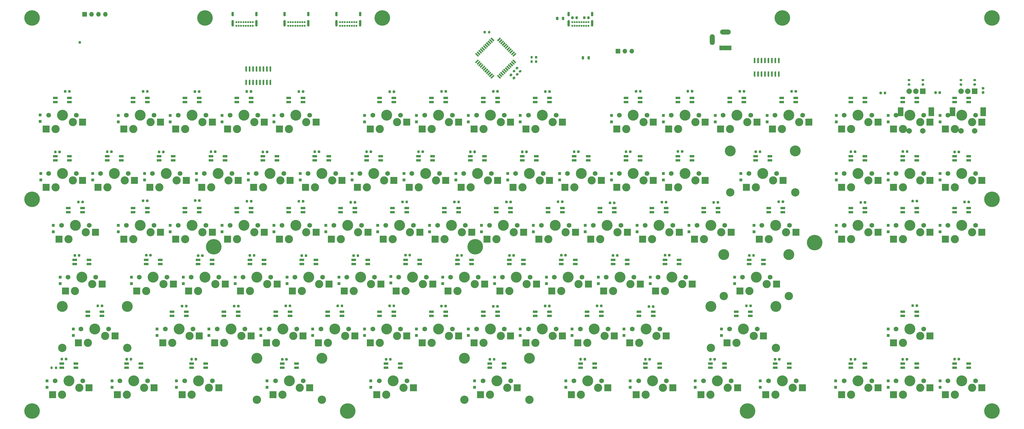
<source format=gbr>
%TF.GenerationSoftware,KiCad,Pcbnew,(5.1.8)-1*%
%TF.CreationDate,2022-08-08T12:33:42+10:00*%
%TF.ProjectId,tkl_keyboard,746b6c5f-6b65-4796-926f-6172642e6b69,rev?*%
%TF.SameCoordinates,Original*%
%TF.FileFunction,Soldermask,Bot*%
%TF.FilePolarity,Negative*%
%FSLAX46Y46*%
G04 Gerber Fmt 4.6, Leading zero omitted, Abs format (unit mm)*
G04 Created by KiCad (PCBNEW (5.1.8)-1) date 2022-08-08 12:33:42*
%MOMM*%
%LPD*%
G01*
G04 APERTURE LIST*
%ADD10R,1.800000X0.820000*%
%ADD11R,1.000000X1.000000*%
%ADD12C,5.700000*%
%ADD13O,1.700000X1.700000*%
%ADD14R,1.700000X1.700000*%
%ADD15R,4.400000X1.800000*%
%ADD16O,4.000000X1.800000*%
%ADD17O,1.800000X4.000000*%
%ADD18O,0.900000X1.700000*%
%ADD19O,0.900000X2.400000*%
%ADD20C,0.700000*%
%ADD21R,2.550000X2.500000*%
%ADD22C,3.000000*%
%ADD23C,1.750000*%
%ADD24C,4.000000*%
%ADD25C,3.050000*%
%ADD26C,2.000000*%
%ADD27R,2.000000X3.200000*%
%ADD28R,2.000000X2.000000*%
%ADD29C,1.000000*%
%ADD30C,0.100000*%
G04 APERTURE END LIST*
%TO.C,U8*%
G36*
G01*
X287378000Y-74398000D02*
X287678000Y-74398000D01*
G75*
G02*
X287828000Y-74548000I0J-150000D01*
G01*
X287828000Y-76198000D01*
G75*
G02*
X287678000Y-76348000I-150000J0D01*
G01*
X287378000Y-76348000D01*
G75*
G02*
X287228000Y-76198000I0J150000D01*
G01*
X287228000Y-74548000D01*
G75*
G02*
X287378000Y-74398000I150000J0D01*
G01*
G37*
G36*
G01*
X288648000Y-74398000D02*
X288948000Y-74398000D01*
G75*
G02*
X289098000Y-74548000I0J-150000D01*
G01*
X289098000Y-76198000D01*
G75*
G02*
X288948000Y-76348000I-150000J0D01*
G01*
X288648000Y-76348000D01*
G75*
G02*
X288498000Y-76198000I0J150000D01*
G01*
X288498000Y-74548000D01*
G75*
G02*
X288648000Y-74398000I150000J0D01*
G01*
G37*
G36*
G01*
X289918000Y-74398000D02*
X290218000Y-74398000D01*
G75*
G02*
X290368000Y-74548000I0J-150000D01*
G01*
X290368000Y-76198000D01*
G75*
G02*
X290218000Y-76348000I-150000J0D01*
G01*
X289918000Y-76348000D01*
G75*
G02*
X289768000Y-76198000I0J150000D01*
G01*
X289768000Y-74548000D01*
G75*
G02*
X289918000Y-74398000I150000J0D01*
G01*
G37*
G36*
G01*
X291188000Y-74398000D02*
X291488000Y-74398000D01*
G75*
G02*
X291638000Y-74548000I0J-150000D01*
G01*
X291638000Y-76198000D01*
G75*
G02*
X291488000Y-76348000I-150000J0D01*
G01*
X291188000Y-76348000D01*
G75*
G02*
X291038000Y-76198000I0J150000D01*
G01*
X291038000Y-74548000D01*
G75*
G02*
X291188000Y-74398000I150000J0D01*
G01*
G37*
G36*
G01*
X292458000Y-74398000D02*
X292758000Y-74398000D01*
G75*
G02*
X292908000Y-74548000I0J-150000D01*
G01*
X292908000Y-76198000D01*
G75*
G02*
X292758000Y-76348000I-150000J0D01*
G01*
X292458000Y-76348000D01*
G75*
G02*
X292308000Y-76198000I0J150000D01*
G01*
X292308000Y-74548000D01*
G75*
G02*
X292458000Y-74398000I150000J0D01*
G01*
G37*
G36*
G01*
X293728000Y-74398000D02*
X294028000Y-74398000D01*
G75*
G02*
X294178000Y-74548000I0J-150000D01*
G01*
X294178000Y-76198000D01*
G75*
G02*
X294028000Y-76348000I-150000J0D01*
G01*
X293728000Y-76348000D01*
G75*
G02*
X293578000Y-76198000I0J150000D01*
G01*
X293578000Y-74548000D01*
G75*
G02*
X293728000Y-74398000I150000J0D01*
G01*
G37*
G36*
G01*
X294998000Y-74398000D02*
X295298000Y-74398000D01*
G75*
G02*
X295448000Y-74548000I0J-150000D01*
G01*
X295448000Y-76198000D01*
G75*
G02*
X295298000Y-76348000I-150000J0D01*
G01*
X294998000Y-76348000D01*
G75*
G02*
X294848000Y-76198000I0J150000D01*
G01*
X294848000Y-74548000D01*
G75*
G02*
X294998000Y-74398000I150000J0D01*
G01*
G37*
G36*
G01*
X296268000Y-74398000D02*
X296568000Y-74398000D01*
G75*
G02*
X296718000Y-74548000I0J-150000D01*
G01*
X296718000Y-76198000D01*
G75*
G02*
X296568000Y-76348000I-150000J0D01*
G01*
X296268000Y-76348000D01*
G75*
G02*
X296118000Y-76198000I0J150000D01*
G01*
X296118000Y-74548000D01*
G75*
G02*
X296268000Y-74398000I150000J0D01*
G01*
G37*
G36*
G01*
X296268000Y-69448000D02*
X296568000Y-69448000D01*
G75*
G02*
X296718000Y-69598000I0J-150000D01*
G01*
X296718000Y-71248000D01*
G75*
G02*
X296568000Y-71398000I-150000J0D01*
G01*
X296268000Y-71398000D01*
G75*
G02*
X296118000Y-71248000I0J150000D01*
G01*
X296118000Y-69598000D01*
G75*
G02*
X296268000Y-69448000I150000J0D01*
G01*
G37*
G36*
G01*
X294998000Y-69448000D02*
X295298000Y-69448000D01*
G75*
G02*
X295448000Y-69598000I0J-150000D01*
G01*
X295448000Y-71248000D01*
G75*
G02*
X295298000Y-71398000I-150000J0D01*
G01*
X294998000Y-71398000D01*
G75*
G02*
X294848000Y-71248000I0J150000D01*
G01*
X294848000Y-69598000D01*
G75*
G02*
X294998000Y-69448000I150000J0D01*
G01*
G37*
G36*
G01*
X293728000Y-69448000D02*
X294028000Y-69448000D01*
G75*
G02*
X294178000Y-69598000I0J-150000D01*
G01*
X294178000Y-71248000D01*
G75*
G02*
X294028000Y-71398000I-150000J0D01*
G01*
X293728000Y-71398000D01*
G75*
G02*
X293578000Y-71248000I0J150000D01*
G01*
X293578000Y-69598000D01*
G75*
G02*
X293728000Y-69448000I150000J0D01*
G01*
G37*
G36*
G01*
X292458000Y-69448000D02*
X292758000Y-69448000D01*
G75*
G02*
X292908000Y-69598000I0J-150000D01*
G01*
X292908000Y-71248000D01*
G75*
G02*
X292758000Y-71398000I-150000J0D01*
G01*
X292458000Y-71398000D01*
G75*
G02*
X292308000Y-71248000I0J150000D01*
G01*
X292308000Y-69598000D01*
G75*
G02*
X292458000Y-69448000I150000J0D01*
G01*
G37*
G36*
G01*
X291188000Y-69448000D02*
X291488000Y-69448000D01*
G75*
G02*
X291638000Y-69598000I0J-150000D01*
G01*
X291638000Y-71248000D01*
G75*
G02*
X291488000Y-71398000I-150000J0D01*
G01*
X291188000Y-71398000D01*
G75*
G02*
X291038000Y-71248000I0J150000D01*
G01*
X291038000Y-69598000D01*
G75*
G02*
X291188000Y-69448000I150000J0D01*
G01*
G37*
G36*
G01*
X289918000Y-69448000D02*
X290218000Y-69448000D01*
G75*
G02*
X290368000Y-69598000I0J-150000D01*
G01*
X290368000Y-71248000D01*
G75*
G02*
X290218000Y-71398000I-150000J0D01*
G01*
X289918000Y-71398000D01*
G75*
G02*
X289768000Y-71248000I0J150000D01*
G01*
X289768000Y-69598000D01*
G75*
G02*
X289918000Y-69448000I150000J0D01*
G01*
G37*
G36*
G01*
X288648000Y-69448000D02*
X288948000Y-69448000D01*
G75*
G02*
X289098000Y-69598000I0J-150000D01*
G01*
X289098000Y-71248000D01*
G75*
G02*
X288948000Y-71398000I-150000J0D01*
G01*
X288648000Y-71398000D01*
G75*
G02*
X288498000Y-71248000I0J150000D01*
G01*
X288498000Y-69598000D01*
G75*
G02*
X288648000Y-69448000I150000J0D01*
G01*
G37*
G36*
G01*
X287378000Y-69448000D02*
X287678000Y-69448000D01*
G75*
G02*
X287828000Y-69598000I0J-150000D01*
G01*
X287828000Y-71248000D01*
G75*
G02*
X287678000Y-71398000I-150000J0D01*
G01*
X287378000Y-71398000D01*
G75*
G02*
X287228000Y-71248000I0J150000D01*
G01*
X287228000Y-69598000D01*
G75*
G02*
X287378000Y-69448000I150000J0D01*
G01*
G37*
%TD*%
D10*
%TO.C,D193*%
X322837500Y-126162500D03*
X322837500Y-124662500D03*
X328037500Y-124662500D03*
X328037500Y-126162500D03*
%TD*%
%TO.C,D191*%
X366137500Y-181812500D03*
X366137500Y-183312500D03*
X360937500Y-183312500D03*
X360937500Y-181812500D03*
%TD*%
%TO.C,D190*%
X360937500Y-126162500D03*
X360937500Y-124662500D03*
X366137500Y-124662500D03*
X366137500Y-126162500D03*
%TD*%
%TO.C,D189*%
X360937500Y-85681250D03*
X360937500Y-84181250D03*
X366137500Y-84181250D03*
X366137500Y-85681250D03*
%TD*%
%TO.C,D188*%
X347087500Y-181812500D03*
X347087500Y-183312500D03*
X341887500Y-183312500D03*
X341887500Y-181812500D03*
%TD*%
%TO.C,D187*%
X341887500Y-164262500D03*
X341887500Y-162762500D03*
X347087500Y-162762500D03*
X347087500Y-164262500D03*
%TD*%
%TO.C,D186*%
X341887500Y-126162500D03*
X341887500Y-124662500D03*
X347087500Y-124662500D03*
X347087500Y-126162500D03*
%TD*%
%TO.C,D185*%
X341887500Y-85681250D03*
X341887500Y-84181250D03*
X347087500Y-84181250D03*
X347087500Y-85681250D03*
%TD*%
%TO.C,D184*%
X328037500Y-181812500D03*
X328037500Y-183312500D03*
X322837500Y-183312500D03*
X322837500Y-181812500D03*
%TD*%
%TO.C,D183*%
X328037500Y-105612500D03*
X328037500Y-107112500D03*
X322837500Y-107112500D03*
X322837500Y-105612500D03*
%TD*%
%TO.C,D182*%
X292675000Y-126162500D03*
X292675000Y-124662500D03*
X297875000Y-124662500D03*
X297875000Y-126162500D03*
%TD*%
%TO.C,D181*%
X322837500Y-85681250D03*
X322837500Y-84181250D03*
X328037500Y-84181250D03*
X328037500Y-85681250D03*
%TD*%
%TO.C,D179*%
X300256250Y-181812500D03*
X300256250Y-183312500D03*
X295056250Y-183312500D03*
X295056250Y-181812500D03*
%TD*%
%TO.C,D178*%
X290731250Y-143712500D03*
X290731250Y-145212500D03*
X285531250Y-145212500D03*
X285531250Y-143712500D03*
%TD*%
%TO.C,D177*%
X280768750Y-164262500D03*
X280768750Y-162762500D03*
X285968750Y-162762500D03*
X285968750Y-164262500D03*
%TD*%
%TO.C,D176*%
X268862500Y-126162500D03*
X268862500Y-124662500D03*
X274062500Y-124662500D03*
X274062500Y-126162500D03*
%TD*%
%TO.C,D175*%
X297437500Y-85681250D03*
X297437500Y-84181250D03*
X302637500Y-84181250D03*
X302637500Y-85681250D03*
%TD*%
%TO.C,D173*%
X276443750Y-181812500D03*
X276443750Y-183312500D03*
X271243750Y-183312500D03*
X271243750Y-181812500D03*
%TD*%
%TO.C,D172*%
X259775000Y-143712500D03*
X259775000Y-145212500D03*
X254575000Y-145212500D03*
X254575000Y-143712500D03*
%TD*%
%TO.C,D171*%
X245487500Y-105612500D03*
X245487500Y-107112500D03*
X240287500Y-107112500D03*
X240287500Y-105612500D03*
%TD*%
%TO.C,D170*%
X245050000Y-164262500D03*
X245050000Y-162762500D03*
X250250000Y-162762500D03*
X250250000Y-164262500D03*
%TD*%
%TO.C,D169*%
X249812500Y-126162500D03*
X249812500Y-124662500D03*
X255012500Y-124662500D03*
X255012500Y-126162500D03*
%TD*%
%TO.C,D168*%
X278387500Y-85681250D03*
X278387500Y-84181250D03*
X283587500Y-84181250D03*
X283587500Y-85681250D03*
%TD*%
%TO.C,D166*%
X252631250Y-181812500D03*
X252631250Y-183312500D03*
X247431250Y-183312500D03*
X247431250Y-181812500D03*
%TD*%
%TO.C,D165*%
X240725000Y-143712500D03*
X240725000Y-145212500D03*
X235525000Y-145212500D03*
X235525000Y-143712500D03*
%TD*%
%TO.C,D164*%
X226437500Y-105612500D03*
X226437500Y-107112500D03*
X221237500Y-107112500D03*
X221237500Y-105612500D03*
%TD*%
%TO.C,D163*%
X226000000Y-164262500D03*
X226000000Y-162762500D03*
X231200000Y-162762500D03*
X231200000Y-164262500D03*
%TD*%
%TO.C,D162*%
X230762500Y-126162500D03*
X230762500Y-124662500D03*
X235962500Y-124662500D03*
X235962500Y-126162500D03*
%TD*%
%TO.C,D161*%
X259337500Y-85681250D03*
X259337500Y-84181250D03*
X264537500Y-84181250D03*
X264537500Y-85681250D03*
%TD*%
%TO.C,D159*%
X228818750Y-181812500D03*
X228818750Y-183312500D03*
X223618750Y-183312500D03*
X223618750Y-181812500D03*
%TD*%
%TO.C,D158*%
X221675000Y-143712500D03*
X221675000Y-145212500D03*
X216475000Y-145212500D03*
X216475000Y-143712500D03*
%TD*%
%TO.C,D157*%
X207387500Y-105612500D03*
X207387500Y-107112500D03*
X202187500Y-107112500D03*
X202187500Y-105612500D03*
%TD*%
%TO.C,D156*%
X206950000Y-164262500D03*
X206950000Y-162762500D03*
X212150000Y-162762500D03*
X212150000Y-164262500D03*
%TD*%
%TO.C,D155*%
X211712500Y-126162500D03*
X211712500Y-124662500D03*
X216912500Y-124662500D03*
X216912500Y-126162500D03*
%TD*%
%TO.C,D154*%
X240287500Y-85681250D03*
X240287500Y-84181250D03*
X245487500Y-84181250D03*
X245487500Y-85681250D03*
%TD*%
%TO.C,D153*%
X195481250Y-181812500D03*
X195481250Y-183312500D03*
X190281250Y-183312500D03*
X190281250Y-181812500D03*
%TD*%
%TO.C,D152*%
X202625000Y-143712500D03*
X202625000Y-145212500D03*
X197425000Y-145212500D03*
X197425000Y-143712500D03*
%TD*%
%TO.C,D151*%
X188337500Y-105612500D03*
X188337500Y-107112500D03*
X183137500Y-107112500D03*
X183137500Y-105612500D03*
%TD*%
%TO.C,D150*%
X187900000Y-164262500D03*
X187900000Y-162762500D03*
X193100000Y-162762500D03*
X193100000Y-164262500D03*
%TD*%
%TO.C,D149*%
X192662500Y-126162500D03*
X192662500Y-124662500D03*
X197862500Y-124662500D03*
X197862500Y-126162500D03*
%TD*%
%TO.C,D148*%
X206950000Y-85681250D03*
X206950000Y-84181250D03*
X212150000Y-84181250D03*
X212150000Y-85681250D03*
%TD*%
%TO.C,D147*%
X183575000Y-143712500D03*
X183575000Y-145212500D03*
X178375000Y-145212500D03*
X178375000Y-143712500D03*
%TD*%
%TO.C,D146*%
X169287500Y-105612500D03*
X169287500Y-107112500D03*
X164087500Y-107112500D03*
X164087500Y-105612500D03*
%TD*%
%TO.C,D145*%
X168850000Y-164262500D03*
X168850000Y-162762500D03*
X174050000Y-162762500D03*
X174050000Y-164262500D03*
%TD*%
%TO.C,D144*%
X173612500Y-126162500D03*
X173612500Y-124662500D03*
X178812500Y-124662500D03*
X178812500Y-126162500D03*
%TD*%
%TO.C,D143*%
X187900000Y-85681250D03*
X187900000Y-84181250D03*
X193100000Y-84181250D03*
X193100000Y-85681250D03*
%TD*%
%TO.C,D142*%
X157381250Y-181812500D03*
X157381250Y-183312500D03*
X152181250Y-183312500D03*
X152181250Y-181812500D03*
%TD*%
%TO.C,D141*%
X164525000Y-143712500D03*
X164525000Y-145212500D03*
X159325000Y-145212500D03*
X159325000Y-143712500D03*
%TD*%
%TO.C,D140*%
X150237500Y-105612500D03*
X150237500Y-107112500D03*
X145037500Y-107112500D03*
X145037500Y-105612500D03*
%TD*%
%TO.C,D139*%
X149800000Y-164262500D03*
X149800000Y-162762500D03*
X155000000Y-162762500D03*
X155000000Y-164262500D03*
%TD*%
%TO.C,D138*%
X154562500Y-126162500D03*
X154562500Y-124662500D03*
X159762500Y-124662500D03*
X159762500Y-126162500D03*
%TD*%
%TO.C,D137*%
X168850000Y-85681250D03*
X168850000Y-84181250D03*
X174050000Y-84181250D03*
X174050000Y-85681250D03*
%TD*%
%TO.C,D136*%
X145475000Y-143712500D03*
X145475000Y-145212500D03*
X140275000Y-145212500D03*
X140275000Y-143712500D03*
%TD*%
%TO.C,D135*%
X131187500Y-105612500D03*
X131187500Y-107112500D03*
X125987500Y-107112500D03*
X125987500Y-105612500D03*
%TD*%
%TO.C,D134*%
X130750000Y-164262500D03*
X130750000Y-162762500D03*
X135950000Y-162762500D03*
X135950000Y-164262500D03*
%TD*%
%TO.C,D133*%
X135512500Y-126162500D03*
X135512500Y-124662500D03*
X140712500Y-124662500D03*
X140712500Y-126162500D03*
%TD*%
%TO.C,D132*%
X149800000Y-85681250D03*
X149800000Y-84181250D03*
X155000000Y-84181250D03*
X155000000Y-85681250D03*
%TD*%
%TO.C,D131*%
X119281250Y-181812500D03*
X119281250Y-183312500D03*
X114081250Y-183312500D03*
X114081250Y-181812500D03*
%TD*%
%TO.C,D130*%
X126425000Y-143712500D03*
X126425000Y-145212500D03*
X121225000Y-145212500D03*
X121225000Y-143712500D03*
%TD*%
%TO.C,D129*%
X112137500Y-105612500D03*
X112137500Y-107112500D03*
X106937500Y-107112500D03*
X106937500Y-105612500D03*
%TD*%
%TO.C,D128*%
X111700000Y-164262500D03*
X111700000Y-162762500D03*
X116900000Y-162762500D03*
X116900000Y-164262500D03*
%TD*%
%TO.C,D127*%
X116462500Y-126162500D03*
X116462500Y-124662500D03*
X121662500Y-124662500D03*
X121662500Y-126162500D03*
%TD*%
%TO.C,D126*%
X116462500Y-85681250D03*
X116462500Y-84181250D03*
X121662500Y-84181250D03*
X121662500Y-85681250D03*
%TD*%
%TO.C,D125*%
X107375000Y-143712500D03*
X107375000Y-145212500D03*
X102175000Y-145212500D03*
X102175000Y-143712500D03*
%TD*%
%TO.C,D124*%
X93087500Y-105612500D03*
X93087500Y-107112500D03*
X87887500Y-107112500D03*
X87887500Y-105612500D03*
%TD*%
%TO.C,D123*%
X92650000Y-164262500D03*
X92650000Y-162762500D03*
X97850000Y-162762500D03*
X97850000Y-164262500D03*
%TD*%
%TO.C,D122*%
X97412500Y-126162500D03*
X97412500Y-124662500D03*
X102612500Y-124662500D03*
X102612500Y-126162500D03*
%TD*%
%TO.C,D121*%
X85943750Y-181812500D03*
X85943750Y-183312500D03*
X80743750Y-183312500D03*
X80743750Y-181812500D03*
%TD*%
%TO.C,D120*%
X88325000Y-143712500D03*
X88325000Y-145212500D03*
X83125000Y-145212500D03*
X83125000Y-143712500D03*
%TD*%
%TO.C,D27*%
X74037500Y-105612500D03*
X74037500Y-107112500D03*
X68837500Y-107112500D03*
X68837500Y-105612500D03*
%TD*%
%TO.C,D26*%
X366137500Y-105612500D03*
X366137500Y-107112500D03*
X360937500Y-107112500D03*
X360937500Y-105612500D03*
%TD*%
%TO.C,D25*%
X73600000Y-164262500D03*
X73600000Y-162762500D03*
X78800000Y-162762500D03*
X78800000Y-164262500D03*
%TD*%
%TO.C,D24*%
X78362500Y-126162500D03*
X78362500Y-124662500D03*
X83562500Y-124662500D03*
X83562500Y-126162500D03*
%TD*%
%TO.C,D23*%
X97412500Y-85681250D03*
X97412500Y-84181250D03*
X102612500Y-84181250D03*
X102612500Y-85681250D03*
%TD*%
%TO.C,D20*%
X69275000Y-143712500D03*
X69275000Y-145212500D03*
X64075000Y-145212500D03*
X64075000Y-143712500D03*
%TD*%
%TO.C,D19*%
X347087500Y-105612500D03*
X347087500Y-107112500D03*
X341887500Y-107112500D03*
X341887500Y-105612500D03*
%TD*%
%TO.C,D18*%
X54987500Y-105612500D03*
X54987500Y-107112500D03*
X49787500Y-107112500D03*
X49787500Y-105612500D03*
%TD*%
%TO.C,D17*%
X62131250Y-181812500D03*
X62131250Y-183312500D03*
X56931250Y-183312500D03*
X56931250Y-181812500D03*
%TD*%
%TO.C,D16*%
X78362500Y-85681250D03*
X78362500Y-84181250D03*
X83562500Y-84181250D03*
X83562500Y-85681250D03*
%TD*%
%TO.C,D13*%
X59312500Y-126162500D03*
X59312500Y-124662500D03*
X64512500Y-124662500D03*
X64512500Y-126162500D03*
%TD*%
%TO.C,D12*%
X293112500Y-105612500D03*
X293112500Y-107112500D03*
X287912500Y-107112500D03*
X287912500Y-105612500D03*
%TD*%
%TO.C,D11*%
X38318750Y-181812500D03*
X38318750Y-183312500D03*
X33118750Y-183312500D03*
X33118750Y-181812500D03*
%TD*%
%TO.C,D10*%
X43081250Y-143712500D03*
X43081250Y-145212500D03*
X37881250Y-145212500D03*
X37881250Y-143712500D03*
%TD*%
%TO.C,D9*%
X59312500Y-85681250D03*
X59312500Y-84181250D03*
X64512500Y-84181250D03*
X64512500Y-85681250D03*
%TD*%
%TO.C,D7*%
X35937500Y-105612500D03*
X35937500Y-107112500D03*
X30737500Y-107112500D03*
X30737500Y-105612500D03*
%TD*%
%TO.C,D6*%
X264537500Y-105612500D03*
X264537500Y-107112500D03*
X259337500Y-107112500D03*
X259337500Y-105612500D03*
%TD*%
%TO.C,D5*%
X42643750Y-164262500D03*
X42643750Y-162762500D03*
X47843750Y-162762500D03*
X47843750Y-164262500D03*
%TD*%
%TO.C,D4*%
X35500000Y-126162500D03*
X35500000Y-124662500D03*
X40700000Y-124662500D03*
X40700000Y-126162500D03*
%TD*%
%TO.C,D3*%
X30737500Y-85681250D03*
X30737500Y-84181250D03*
X35937500Y-84181250D03*
X35937500Y-85681250D03*
%TD*%
%TO.C,R7*%
G36*
G01*
X206883320Y-71110520D02*
X206883320Y-70560520D01*
G75*
G02*
X207083320Y-70360520I200000J0D01*
G01*
X207483320Y-70360520D01*
G75*
G02*
X207683320Y-70560520I0J-200000D01*
G01*
X207683320Y-71110520D01*
G75*
G02*
X207483320Y-71310520I-200000J0D01*
G01*
X207083320Y-71310520D01*
G75*
G02*
X206883320Y-71110520I0J200000D01*
G01*
G37*
G36*
G01*
X205233320Y-71110520D02*
X205233320Y-70560520D01*
G75*
G02*
X205433320Y-70360520I200000J0D01*
G01*
X205833320Y-70360520D01*
G75*
G02*
X206033320Y-70560520I0J-200000D01*
G01*
X206033320Y-71110520D01*
G75*
G02*
X205833320Y-71310520I-200000J0D01*
G01*
X205433320Y-71310520D01*
G75*
G02*
X205233320Y-71110520I0J200000D01*
G01*
G37*
%TD*%
%TO.C,R4*%
G36*
G01*
X206878240Y-69495080D02*
X206878240Y-68945080D01*
G75*
G02*
X207078240Y-68745080I200000J0D01*
G01*
X207478240Y-68745080D01*
G75*
G02*
X207678240Y-68945080I0J-200000D01*
G01*
X207678240Y-69495080D01*
G75*
G02*
X207478240Y-69695080I-200000J0D01*
G01*
X207078240Y-69695080D01*
G75*
G02*
X206878240Y-69495080I0J200000D01*
G01*
G37*
G36*
G01*
X205228240Y-69495080D02*
X205228240Y-68945080D01*
G75*
G02*
X205428240Y-68745080I200000J0D01*
G01*
X205828240Y-68745080D01*
G75*
G02*
X206028240Y-68945080I0J-200000D01*
G01*
X206028240Y-69495080D01*
G75*
G02*
X205828240Y-69695080I-200000J0D01*
G01*
X205428240Y-69695080D01*
G75*
G02*
X205228240Y-69495080I0J200000D01*
G01*
G37*
%TD*%
D11*
%TO.C,D35*%
X32512000Y-152400000D03*
X32512000Y-150000000D03*
%TD*%
%TO.C,U7*%
G36*
G01*
X100688000Y-77496800D02*
X100988000Y-77496800D01*
G75*
G02*
X101138000Y-77646800I0J-150000D01*
G01*
X101138000Y-79296800D01*
G75*
G02*
X100988000Y-79446800I-150000J0D01*
G01*
X100688000Y-79446800D01*
G75*
G02*
X100538000Y-79296800I0J150000D01*
G01*
X100538000Y-77646800D01*
G75*
G02*
X100688000Y-77496800I150000J0D01*
G01*
G37*
G36*
G01*
X101958000Y-77496800D02*
X102258000Y-77496800D01*
G75*
G02*
X102408000Y-77646800I0J-150000D01*
G01*
X102408000Y-79296800D01*
G75*
G02*
X102258000Y-79446800I-150000J0D01*
G01*
X101958000Y-79446800D01*
G75*
G02*
X101808000Y-79296800I0J150000D01*
G01*
X101808000Y-77646800D01*
G75*
G02*
X101958000Y-77496800I150000J0D01*
G01*
G37*
G36*
G01*
X103228000Y-77496800D02*
X103528000Y-77496800D01*
G75*
G02*
X103678000Y-77646800I0J-150000D01*
G01*
X103678000Y-79296800D01*
G75*
G02*
X103528000Y-79446800I-150000J0D01*
G01*
X103228000Y-79446800D01*
G75*
G02*
X103078000Y-79296800I0J150000D01*
G01*
X103078000Y-77646800D01*
G75*
G02*
X103228000Y-77496800I150000J0D01*
G01*
G37*
G36*
G01*
X104498000Y-77496800D02*
X104798000Y-77496800D01*
G75*
G02*
X104948000Y-77646800I0J-150000D01*
G01*
X104948000Y-79296800D01*
G75*
G02*
X104798000Y-79446800I-150000J0D01*
G01*
X104498000Y-79446800D01*
G75*
G02*
X104348000Y-79296800I0J150000D01*
G01*
X104348000Y-77646800D01*
G75*
G02*
X104498000Y-77496800I150000J0D01*
G01*
G37*
G36*
G01*
X105768000Y-77496800D02*
X106068000Y-77496800D01*
G75*
G02*
X106218000Y-77646800I0J-150000D01*
G01*
X106218000Y-79296800D01*
G75*
G02*
X106068000Y-79446800I-150000J0D01*
G01*
X105768000Y-79446800D01*
G75*
G02*
X105618000Y-79296800I0J150000D01*
G01*
X105618000Y-77646800D01*
G75*
G02*
X105768000Y-77496800I150000J0D01*
G01*
G37*
G36*
G01*
X107038000Y-77496800D02*
X107338000Y-77496800D01*
G75*
G02*
X107488000Y-77646800I0J-150000D01*
G01*
X107488000Y-79296800D01*
G75*
G02*
X107338000Y-79446800I-150000J0D01*
G01*
X107038000Y-79446800D01*
G75*
G02*
X106888000Y-79296800I0J150000D01*
G01*
X106888000Y-77646800D01*
G75*
G02*
X107038000Y-77496800I150000J0D01*
G01*
G37*
G36*
G01*
X108308000Y-77496800D02*
X108608000Y-77496800D01*
G75*
G02*
X108758000Y-77646800I0J-150000D01*
G01*
X108758000Y-79296800D01*
G75*
G02*
X108608000Y-79446800I-150000J0D01*
G01*
X108308000Y-79446800D01*
G75*
G02*
X108158000Y-79296800I0J150000D01*
G01*
X108158000Y-77646800D01*
G75*
G02*
X108308000Y-77496800I150000J0D01*
G01*
G37*
G36*
G01*
X109578000Y-77496800D02*
X109878000Y-77496800D01*
G75*
G02*
X110028000Y-77646800I0J-150000D01*
G01*
X110028000Y-79296800D01*
G75*
G02*
X109878000Y-79446800I-150000J0D01*
G01*
X109578000Y-79446800D01*
G75*
G02*
X109428000Y-79296800I0J150000D01*
G01*
X109428000Y-77646800D01*
G75*
G02*
X109578000Y-77496800I150000J0D01*
G01*
G37*
G36*
G01*
X109578000Y-72546800D02*
X109878000Y-72546800D01*
G75*
G02*
X110028000Y-72696800I0J-150000D01*
G01*
X110028000Y-74346800D01*
G75*
G02*
X109878000Y-74496800I-150000J0D01*
G01*
X109578000Y-74496800D01*
G75*
G02*
X109428000Y-74346800I0J150000D01*
G01*
X109428000Y-72696800D01*
G75*
G02*
X109578000Y-72546800I150000J0D01*
G01*
G37*
G36*
G01*
X108308000Y-72546800D02*
X108608000Y-72546800D01*
G75*
G02*
X108758000Y-72696800I0J-150000D01*
G01*
X108758000Y-74346800D01*
G75*
G02*
X108608000Y-74496800I-150000J0D01*
G01*
X108308000Y-74496800D01*
G75*
G02*
X108158000Y-74346800I0J150000D01*
G01*
X108158000Y-72696800D01*
G75*
G02*
X108308000Y-72546800I150000J0D01*
G01*
G37*
G36*
G01*
X107038000Y-72546800D02*
X107338000Y-72546800D01*
G75*
G02*
X107488000Y-72696800I0J-150000D01*
G01*
X107488000Y-74346800D01*
G75*
G02*
X107338000Y-74496800I-150000J0D01*
G01*
X107038000Y-74496800D01*
G75*
G02*
X106888000Y-74346800I0J150000D01*
G01*
X106888000Y-72696800D01*
G75*
G02*
X107038000Y-72546800I150000J0D01*
G01*
G37*
G36*
G01*
X105768000Y-72546800D02*
X106068000Y-72546800D01*
G75*
G02*
X106218000Y-72696800I0J-150000D01*
G01*
X106218000Y-74346800D01*
G75*
G02*
X106068000Y-74496800I-150000J0D01*
G01*
X105768000Y-74496800D01*
G75*
G02*
X105618000Y-74346800I0J150000D01*
G01*
X105618000Y-72696800D01*
G75*
G02*
X105768000Y-72546800I150000J0D01*
G01*
G37*
G36*
G01*
X104498000Y-72546800D02*
X104798000Y-72546800D01*
G75*
G02*
X104948000Y-72696800I0J-150000D01*
G01*
X104948000Y-74346800D01*
G75*
G02*
X104798000Y-74496800I-150000J0D01*
G01*
X104498000Y-74496800D01*
G75*
G02*
X104348000Y-74346800I0J150000D01*
G01*
X104348000Y-72696800D01*
G75*
G02*
X104498000Y-72546800I150000J0D01*
G01*
G37*
G36*
G01*
X103228000Y-72546800D02*
X103528000Y-72546800D01*
G75*
G02*
X103678000Y-72696800I0J-150000D01*
G01*
X103678000Y-74346800D01*
G75*
G02*
X103528000Y-74496800I-150000J0D01*
G01*
X103228000Y-74496800D01*
G75*
G02*
X103078000Y-74346800I0J150000D01*
G01*
X103078000Y-72696800D01*
G75*
G02*
X103228000Y-72546800I150000J0D01*
G01*
G37*
G36*
G01*
X101958000Y-72546800D02*
X102258000Y-72546800D01*
G75*
G02*
X102408000Y-72696800I0J-150000D01*
G01*
X102408000Y-74346800D01*
G75*
G02*
X102258000Y-74496800I-150000J0D01*
G01*
X101958000Y-74496800D01*
G75*
G02*
X101808000Y-74346800I0J150000D01*
G01*
X101808000Y-72696800D01*
G75*
G02*
X101958000Y-72546800I150000J0D01*
G01*
G37*
G36*
G01*
X100688000Y-72546800D02*
X100988000Y-72546800D01*
G75*
G02*
X101138000Y-72696800I0J-150000D01*
G01*
X101138000Y-74346800D01*
G75*
G02*
X100988000Y-74496800I-150000J0D01*
G01*
X100688000Y-74496800D01*
G75*
G02*
X100538000Y-74346800I0J150000D01*
G01*
X100538000Y-72696800D01*
G75*
G02*
X100688000Y-72546800I150000J0D01*
G01*
G37*
%TD*%
D12*
%TO.C,H14*%
X150812500Y-54768750D03*
%TD*%
%TO.C,H13*%
X85725000Y-54768750D03*
%TD*%
%TO.C,C43*%
G36*
G01*
X198630233Y-76695187D02*
X198983787Y-76341633D01*
G75*
G02*
X199301985Y-76341633I159099J-159099D01*
G01*
X199620183Y-76659831D01*
G75*
G02*
X199620183Y-76978029I-159099J-159099D01*
G01*
X199266629Y-77331583D01*
G75*
G02*
X198948431Y-77331583I-159099J159099D01*
G01*
X198630233Y-77013385D01*
G75*
G02*
X198630233Y-76695187I159099J159099D01*
G01*
G37*
G36*
G01*
X197534217Y-75599171D02*
X197887771Y-75245617D01*
G75*
G02*
X198205969Y-75245617I159099J-159099D01*
G01*
X198524167Y-75563815D01*
G75*
G02*
X198524167Y-75882013I-159099J-159099D01*
G01*
X198170613Y-76235567D01*
G75*
G02*
X197852415Y-76235567I-159099J159099D01*
G01*
X197534217Y-75917369D01*
G75*
G02*
X197534217Y-75599171I159099J159099D01*
G01*
G37*
%TD*%
%TO.C,R23*%
G36*
G01*
X188791800Y-59745200D02*
X188791800Y-60295200D01*
G75*
G02*
X188591800Y-60495200I-200000J0D01*
G01*
X188191800Y-60495200D01*
G75*
G02*
X187991800Y-60295200I0J200000D01*
G01*
X187991800Y-59745200D01*
G75*
G02*
X188191800Y-59545200I200000J0D01*
G01*
X188591800Y-59545200D01*
G75*
G02*
X188791800Y-59745200I0J-200000D01*
G01*
G37*
G36*
G01*
X190441800Y-59745200D02*
X190441800Y-60295200D01*
G75*
G02*
X190241800Y-60495200I-200000J0D01*
G01*
X189841800Y-60495200D01*
G75*
G02*
X189641800Y-60295200I0J200000D01*
G01*
X189641800Y-59745200D01*
G75*
G02*
X189841800Y-59545200I200000J0D01*
G01*
X190241800Y-59545200D01*
G75*
G02*
X190441800Y-59745200I0J-200000D01*
G01*
G37*
%TD*%
D13*
%TO.C,J8*%
X242402360Y-67020440D03*
X239862360Y-67020440D03*
D14*
X237322360Y-67020440D03*
%TD*%
D15*
%TO.C,J7*%
X276763480Y-65780920D03*
D16*
X276763480Y-59980920D03*
D17*
X271963480Y-62780920D03*
%TD*%
D12*
%TO.C,H12*%
X284937200Y-199231250D03*
%TD*%
%TO.C,H11*%
X374650000Y-121443750D03*
%TD*%
%TO.C,H10*%
X138112500Y-199231250D03*
%TD*%
%TO.C,H9*%
X22225000Y-121443750D03*
%TD*%
%TO.C,H8*%
X309562500Y-137318750D03*
%TD*%
%TO.C,H7*%
X184943750Y-138906250D03*
%TD*%
%TO.C,H6*%
X297656250Y-54768750D03*
%TD*%
%TO.C,H5*%
X88900000Y-138906250D03*
%TD*%
D13*
%TO.C,J6*%
X44002960Y-53467000D03*
D14*
X41462960Y-53467000D03*
D13*
X49082960Y-53467000D03*
X46542960Y-53467000D03*
%TD*%
D18*
%TO.C,J2*%
X133987500Y-53329750D03*
X142637500Y-53329750D03*
D19*
X133987500Y-56709750D03*
X142637500Y-56709750D03*
D20*
X137887500Y-56339750D03*
X135337500Y-56339750D03*
X136187500Y-56339750D03*
X137037500Y-56339750D03*
X141287500Y-56339750D03*
X139587500Y-56339750D03*
X138737500Y-56339750D03*
X140437500Y-56339750D03*
X135337500Y-57689750D03*
X136187500Y-57689750D03*
X137037500Y-57689750D03*
X137887500Y-57689750D03*
X138737500Y-57689750D03*
X139587500Y-57689750D03*
X140437500Y-57689750D03*
X141287500Y-57689750D03*
%TD*%
%TO.C,C60*%
G36*
G01*
X345991000Y-160252600D02*
X345991000Y-160752600D01*
G75*
G02*
X345766000Y-160977600I-225000J0D01*
G01*
X345316000Y-160977600D01*
G75*
G02*
X345091000Y-160752600I0J225000D01*
G01*
X345091000Y-160252600D01*
G75*
G02*
X345316000Y-160027600I225000J0D01*
G01*
X345766000Y-160027600D01*
G75*
G02*
X345991000Y-160252600I0J-225000D01*
G01*
G37*
G36*
G01*
X347541000Y-160252600D02*
X347541000Y-160752600D01*
G75*
G02*
X347316000Y-160977600I-225000J0D01*
G01*
X346866000Y-160977600D01*
G75*
G02*
X346641000Y-160752600I0J225000D01*
G01*
X346641000Y-160252600D01*
G75*
G02*
X346866000Y-160027600I225000J0D01*
G01*
X347316000Y-160027600D01*
G75*
G02*
X347541000Y-160252600I0J-225000D01*
G01*
G37*
%TD*%
D21*
%TO.C,SW93*%
X319422500Y-136048750D03*
X332847500Y-133508750D03*
D22*
X322897500Y-136048750D03*
X329247500Y-133508750D03*
D23*
X320357500Y-130968750D03*
X330517500Y-130968750D03*
D24*
X325437500Y-130968750D03*
%TD*%
D25*
%TO.C,SW74*%
X271430750Y-176068750D03*
D24*
X271430750Y-160828750D03*
X295306750Y-160828750D03*
D25*
X295306750Y-176068750D03*
D21*
X277353750Y-174148750D03*
X290778750Y-171608750D03*
D22*
X280828750Y-174148750D03*
X287178750Y-171608750D03*
D23*
X278288750Y-169068750D03*
X288448750Y-169068750D03*
D24*
X283368750Y-169068750D03*
%TD*%
D11*
%TO.C,D192*%
X317500000Y-130950000D03*
X317500000Y-133350000D03*
%TD*%
%TO.C,C1*%
G36*
G01*
X221059160Y-54451440D02*
X221059160Y-54951440D01*
G75*
G02*
X220834160Y-55176440I-225000J0D01*
G01*
X220384160Y-55176440D01*
G75*
G02*
X220159160Y-54951440I0J225000D01*
G01*
X220159160Y-54451440D01*
G75*
G02*
X220384160Y-54226440I225000J0D01*
G01*
X220834160Y-54226440D01*
G75*
G02*
X221059160Y-54451440I0J-225000D01*
G01*
G37*
G36*
G01*
X222609160Y-54451440D02*
X222609160Y-54951440D01*
G75*
G02*
X222384160Y-55176440I-225000J0D01*
G01*
X221934160Y-55176440D01*
G75*
G02*
X221709160Y-54951440I0J225000D01*
G01*
X221709160Y-54451440D01*
G75*
G02*
X221934160Y-54226440I225000J0D01*
G01*
X222384160Y-54226440D01*
G75*
G02*
X222609160Y-54451440I0J-225000D01*
G01*
G37*
%TD*%
%TO.C,C2*%
G36*
G01*
X224501960Y-54951440D02*
X224501960Y-54451440D01*
G75*
G02*
X224726960Y-54226440I225000J0D01*
G01*
X225176960Y-54226440D01*
G75*
G02*
X225401960Y-54451440I0J-225000D01*
G01*
X225401960Y-54951440D01*
G75*
G02*
X225176960Y-55176440I-225000J0D01*
G01*
X224726960Y-55176440D01*
G75*
G02*
X224501960Y-54951440I0J225000D01*
G01*
G37*
G36*
G01*
X226051960Y-54951440D02*
X226051960Y-54451440D01*
G75*
G02*
X226276960Y-54226440I225000J0D01*
G01*
X226726960Y-54226440D01*
G75*
G02*
X226951960Y-54451440I0J-225000D01*
G01*
X226951960Y-54951440D01*
G75*
G02*
X226726960Y-55176440I-225000J0D01*
G01*
X226276960Y-55176440D01*
G75*
G02*
X226051960Y-54951440I0J225000D01*
G01*
G37*
%TD*%
%TO.C,C9*%
G36*
G01*
X113621400Y-180488400D02*
X113621400Y-179988400D01*
G75*
G02*
X113846400Y-179763400I225000J0D01*
G01*
X114296400Y-179763400D01*
G75*
G02*
X114521400Y-179988400I0J-225000D01*
G01*
X114521400Y-180488400D01*
G75*
G02*
X114296400Y-180713400I-225000J0D01*
G01*
X113846400Y-180713400D01*
G75*
G02*
X113621400Y-180488400I0J225000D01*
G01*
G37*
G36*
G01*
X115171400Y-180488400D02*
X115171400Y-179988400D01*
G75*
G02*
X115396400Y-179763400I225000J0D01*
G01*
X115846400Y-179763400D01*
G75*
G02*
X116071400Y-179988400I0J-225000D01*
G01*
X116071400Y-180488400D01*
G75*
G02*
X115846400Y-180713400I-225000J0D01*
G01*
X115396400Y-180713400D01*
G75*
G02*
X115171400Y-180488400I0J225000D01*
G01*
G37*
%TD*%
%TO.C,C10*%
G36*
G01*
X235071500Y-142299500D02*
X235071500Y-141799500D01*
G75*
G02*
X235296500Y-141574500I225000J0D01*
G01*
X235746500Y-141574500D01*
G75*
G02*
X235971500Y-141799500I0J-225000D01*
G01*
X235971500Y-142299500D01*
G75*
G02*
X235746500Y-142524500I-225000J0D01*
G01*
X235296500Y-142524500D01*
G75*
G02*
X235071500Y-142299500I0J225000D01*
G01*
G37*
G36*
G01*
X236621500Y-142299500D02*
X236621500Y-141799500D01*
G75*
G02*
X236846500Y-141574500I225000J0D01*
G01*
X237296500Y-141574500D01*
G75*
G02*
X237521500Y-141799500I0J-225000D01*
G01*
X237521500Y-142299500D01*
G75*
G02*
X237296500Y-142524500I-225000J0D01*
G01*
X236846500Y-142524500D01*
G75*
G02*
X236621500Y-142299500I0J225000D01*
G01*
G37*
%TD*%
%TO.C,C11*%
G36*
G01*
X77716800Y-160430400D02*
X77716800Y-160930400D01*
G75*
G02*
X77491800Y-161155400I-225000J0D01*
G01*
X77041800Y-161155400D01*
G75*
G02*
X76816800Y-160930400I0J225000D01*
G01*
X76816800Y-160430400D01*
G75*
G02*
X77041800Y-160205400I225000J0D01*
G01*
X77491800Y-160205400D01*
G75*
G02*
X77716800Y-160430400I0J-225000D01*
G01*
G37*
G36*
G01*
X79266800Y-160430400D02*
X79266800Y-160930400D01*
G75*
G02*
X79041800Y-161155400I-225000J0D01*
G01*
X78591800Y-161155400D01*
G75*
G02*
X78366800Y-160930400I0J225000D01*
G01*
X78366800Y-160430400D01*
G75*
G02*
X78591800Y-160205400I225000J0D01*
G01*
X79041800Y-160205400D01*
G75*
G02*
X79266800Y-160430400I0J-225000D01*
G01*
G37*
%TD*%
%TO.C,C12*%
G36*
G01*
X122141400Y-121924000D02*
X122141400Y-122424000D01*
G75*
G02*
X121916400Y-122649000I-225000J0D01*
G01*
X121466400Y-122649000D01*
G75*
G02*
X121241400Y-122424000I0J225000D01*
G01*
X121241400Y-121924000D01*
G75*
G02*
X121466400Y-121699000I225000J0D01*
G01*
X121916400Y-121699000D01*
G75*
G02*
X122141400Y-121924000I0J-225000D01*
G01*
G37*
G36*
G01*
X120591400Y-121924000D02*
X120591400Y-122424000D01*
G75*
G02*
X120366400Y-122649000I-225000J0D01*
G01*
X119916400Y-122649000D01*
G75*
G02*
X119691400Y-122424000I0J225000D01*
G01*
X119691400Y-121924000D01*
G75*
G02*
X119916400Y-121699000I225000J0D01*
G01*
X120366400Y-121699000D01*
G75*
G02*
X120591400Y-121924000I0J-225000D01*
G01*
G37*
%TD*%
%TO.C,C13*%
G36*
G01*
X286659500Y-142299500D02*
X286659500Y-141799500D01*
G75*
G02*
X286884500Y-141574500I225000J0D01*
G01*
X287334500Y-141574500D01*
G75*
G02*
X287559500Y-141799500I0J-225000D01*
G01*
X287559500Y-142299500D01*
G75*
G02*
X287334500Y-142524500I-225000J0D01*
G01*
X286884500Y-142524500D01*
G75*
G02*
X286659500Y-142299500I0J225000D01*
G01*
G37*
G36*
G01*
X285109500Y-142299500D02*
X285109500Y-141799500D01*
G75*
G02*
X285334500Y-141574500I225000J0D01*
G01*
X285784500Y-141574500D01*
G75*
G02*
X286009500Y-141799500I0J-225000D01*
G01*
X286009500Y-142299500D01*
G75*
G02*
X285784500Y-142524500I-225000J0D01*
G01*
X285334500Y-142524500D01*
G75*
G02*
X285109500Y-142299500I0J225000D01*
G01*
G37*
%TD*%
%TO.C,C14*%
G36*
G01*
X139654100Y-122279600D02*
X139654100Y-122779600D01*
G75*
G02*
X139429100Y-123004600I-225000J0D01*
G01*
X138979100Y-123004600D01*
G75*
G02*
X138754100Y-122779600I0J225000D01*
G01*
X138754100Y-122279600D01*
G75*
G02*
X138979100Y-122054600I225000J0D01*
G01*
X139429100Y-122054600D01*
G75*
G02*
X139654100Y-122279600I0J-225000D01*
G01*
G37*
G36*
G01*
X141204100Y-122279600D02*
X141204100Y-122779600D01*
G75*
G02*
X140979100Y-123004600I-225000J0D01*
G01*
X140529100Y-123004600D01*
G75*
G02*
X140304100Y-122779600I0J225000D01*
G01*
X140304100Y-122279600D01*
G75*
G02*
X140529100Y-122054600I225000J0D01*
G01*
X140979100Y-122054600D01*
G75*
G02*
X141204100Y-122279600I0J-225000D01*
G01*
G37*
%TD*%
%TO.C,C15*%
G36*
G01*
X248496000Y-180463000D02*
X248496000Y-179963000D01*
G75*
G02*
X248721000Y-179738000I225000J0D01*
G01*
X249171000Y-179738000D01*
G75*
G02*
X249396000Y-179963000I0J-225000D01*
G01*
X249396000Y-180463000D01*
G75*
G02*
X249171000Y-180688000I-225000J0D01*
G01*
X248721000Y-180688000D01*
G75*
G02*
X248496000Y-180463000I0J225000D01*
G01*
G37*
G36*
G01*
X246946000Y-180463000D02*
X246946000Y-179963000D01*
G75*
G02*
X247171000Y-179738000I225000J0D01*
G01*
X247621000Y-179738000D01*
G75*
G02*
X247846000Y-179963000I0J-225000D01*
G01*
X247846000Y-180463000D01*
G75*
G02*
X247621000Y-180688000I-225000J0D01*
G01*
X247171000Y-180688000D01*
G75*
G02*
X246946000Y-180463000I0J225000D01*
G01*
G37*
%TD*%
%TO.C,C16*%
G36*
G01*
X146134000Y-104199500D02*
X146134000Y-103699500D01*
G75*
G02*
X146359000Y-103474500I225000J0D01*
G01*
X146809000Y-103474500D01*
G75*
G02*
X147034000Y-103699500I0J-225000D01*
G01*
X147034000Y-104199500D01*
G75*
G02*
X146809000Y-104424500I-225000J0D01*
G01*
X146359000Y-104424500D01*
G75*
G02*
X146134000Y-104199500I0J225000D01*
G01*
G37*
G36*
G01*
X144584000Y-104199500D02*
X144584000Y-103699500D01*
G75*
G02*
X144809000Y-103474500I225000J0D01*
G01*
X145259000Y-103474500D01*
G75*
G02*
X145484000Y-103699500I0J-225000D01*
G01*
X145484000Y-104199500D01*
G75*
G02*
X145259000Y-104424500I-225000J0D01*
G01*
X144809000Y-104424500D01*
G75*
G02*
X144584000Y-104199500I0J225000D01*
G01*
G37*
%TD*%
%TO.C,C17*%
G36*
G01*
X258884000Y-104085200D02*
X258884000Y-103585200D01*
G75*
G02*
X259109000Y-103360200I225000J0D01*
G01*
X259559000Y-103360200D01*
G75*
G02*
X259784000Y-103585200I0J-225000D01*
G01*
X259784000Y-104085200D01*
G75*
G02*
X259559000Y-104310200I-225000J0D01*
G01*
X259109000Y-104310200D01*
G75*
G02*
X258884000Y-104085200I0J225000D01*
G01*
G37*
G36*
G01*
X260434000Y-104085200D02*
X260434000Y-103585200D01*
G75*
G02*
X260659000Y-103360200I225000J0D01*
G01*
X261109000Y-103360200D01*
G75*
G02*
X261334000Y-103585200I0J-225000D01*
G01*
X261334000Y-104085200D01*
G75*
G02*
X261109000Y-104310200I-225000J0D01*
G01*
X260659000Y-104310200D01*
G75*
G02*
X260434000Y-104085200I0J225000D01*
G01*
G37*
%TD*%
%TO.C,C18*%
G36*
G01*
X197035000Y-142299500D02*
X197035000Y-141799500D01*
G75*
G02*
X197260000Y-141574500I225000J0D01*
G01*
X197710000Y-141574500D01*
G75*
G02*
X197935000Y-141799500I0J-225000D01*
G01*
X197935000Y-142299500D01*
G75*
G02*
X197710000Y-142524500I-225000J0D01*
G01*
X197260000Y-142524500D01*
G75*
G02*
X197035000Y-142299500I0J225000D01*
G01*
G37*
G36*
G01*
X198585000Y-142299500D02*
X198585000Y-141799500D01*
G75*
G02*
X198810000Y-141574500I225000J0D01*
G01*
X199260000Y-141574500D01*
G75*
G02*
X199485000Y-141799500I0J-225000D01*
G01*
X199485000Y-142299500D01*
G75*
G02*
X199260000Y-142524500I-225000J0D01*
G01*
X198810000Y-142524500D01*
G75*
G02*
X198585000Y-142299500I0J225000D01*
G01*
G37*
%TD*%
%TO.C,C19*%
G36*
G01*
X41204300Y-122178000D02*
X41204300Y-122678000D01*
G75*
G02*
X40979300Y-122903000I-225000J0D01*
G01*
X40529300Y-122903000D01*
G75*
G02*
X40304300Y-122678000I0J225000D01*
G01*
X40304300Y-122178000D01*
G75*
G02*
X40529300Y-121953000I225000J0D01*
G01*
X40979300Y-121953000D01*
G75*
G02*
X41204300Y-122178000I0J-225000D01*
G01*
G37*
G36*
G01*
X39654300Y-122178000D02*
X39654300Y-122678000D01*
G75*
G02*
X39429300Y-122903000I-225000J0D01*
G01*
X38979300Y-122903000D01*
G75*
G02*
X38754300Y-122678000I0J225000D01*
G01*
X38754300Y-122178000D01*
G75*
G02*
X38979300Y-121953000I225000J0D01*
G01*
X39429300Y-121953000D01*
G75*
G02*
X39654300Y-122178000I0J-225000D01*
G01*
G37*
%TD*%
%TO.C,C20*%
G36*
G01*
X125534000Y-104199500D02*
X125534000Y-103699500D01*
G75*
G02*
X125759000Y-103474500I225000J0D01*
G01*
X126209000Y-103474500D01*
G75*
G02*
X126434000Y-103699500I0J-225000D01*
G01*
X126434000Y-104199500D01*
G75*
G02*
X126209000Y-104424500I-225000J0D01*
G01*
X125759000Y-104424500D01*
G75*
G02*
X125534000Y-104199500I0J225000D01*
G01*
G37*
G36*
G01*
X127084000Y-104199500D02*
X127084000Y-103699500D01*
G75*
G02*
X127309000Y-103474500I225000J0D01*
G01*
X127759000Y-103474500D01*
G75*
G02*
X127984000Y-103699500I0J-225000D01*
G01*
X127984000Y-104199500D01*
G75*
G02*
X127759000Y-104424500I-225000J0D01*
G01*
X127309000Y-104424500D01*
G75*
G02*
X127084000Y-104199500I0J225000D01*
G01*
G37*
%TD*%
%TO.C,C21*%
G36*
G01*
X174554300Y-81538000D02*
X174554300Y-82038000D01*
G75*
G02*
X174329300Y-82263000I-225000J0D01*
G01*
X173879300Y-82263000D01*
G75*
G02*
X173654300Y-82038000I0J225000D01*
G01*
X173654300Y-81538000D01*
G75*
G02*
X173879300Y-81313000I225000J0D01*
G01*
X174329300Y-81313000D01*
G75*
G02*
X174554300Y-81538000I0J-225000D01*
G01*
G37*
G36*
G01*
X173004300Y-81538000D02*
X173004300Y-82038000D01*
G75*
G02*
X172779300Y-82263000I-225000J0D01*
G01*
X172329300Y-82263000D01*
G75*
G02*
X172104300Y-82038000I0J225000D01*
G01*
X172104300Y-81538000D01*
G75*
G02*
X172329300Y-81313000I225000J0D01*
G01*
X172779300Y-81313000D01*
G75*
G02*
X173004300Y-81538000I0J-225000D01*
G01*
G37*
%TD*%
%TO.C,C22*%
G36*
G01*
X272915200Y-122292300D02*
X272915200Y-122792300D01*
G75*
G02*
X272690200Y-123017300I-225000J0D01*
G01*
X272240200Y-123017300D01*
G75*
G02*
X272015200Y-122792300I0J225000D01*
G01*
X272015200Y-122292300D01*
G75*
G02*
X272240200Y-122067300I225000J0D01*
G01*
X272690200Y-122067300D01*
G75*
G02*
X272915200Y-122292300I0J-225000D01*
G01*
G37*
G36*
G01*
X274465200Y-122292300D02*
X274465200Y-122792300D01*
G75*
G02*
X274240200Y-123017300I-225000J0D01*
G01*
X273790200Y-123017300D01*
G75*
G02*
X273565200Y-122792300I0J225000D01*
G01*
X273565200Y-122292300D01*
G75*
G02*
X273790200Y-122067300I225000J0D01*
G01*
X274240200Y-122067300D01*
G75*
G02*
X274465200Y-122292300I0J-225000D01*
G01*
G37*
%TD*%
%TO.C,C24*%
G36*
G01*
X191990800Y-160506600D02*
X191990800Y-161006600D01*
G75*
G02*
X191765800Y-161231600I-225000J0D01*
G01*
X191315800Y-161231600D01*
G75*
G02*
X191090800Y-161006600I0J225000D01*
G01*
X191090800Y-160506600D01*
G75*
G02*
X191315800Y-160281600I225000J0D01*
G01*
X191765800Y-160281600D01*
G75*
G02*
X191990800Y-160506600I0J-225000D01*
G01*
G37*
G36*
G01*
X193540800Y-160506600D02*
X193540800Y-161006600D01*
G75*
G02*
X193315800Y-161231600I-225000J0D01*
G01*
X192865800Y-161231600D01*
G75*
G02*
X192640800Y-161006600I0J225000D01*
G01*
X192640800Y-160506600D01*
G75*
G02*
X192865800Y-160281600I225000J0D01*
G01*
X193315800Y-160281600D01*
G75*
G02*
X193540800Y-160506600I0J-225000D01*
G01*
G37*
%TD*%
%TO.C,C26*%
G36*
G01*
X286479400Y-160303400D02*
X286479400Y-160803400D01*
G75*
G02*
X286254400Y-161028400I-225000J0D01*
G01*
X285804400Y-161028400D01*
G75*
G02*
X285579400Y-160803400I0J225000D01*
G01*
X285579400Y-160303400D01*
G75*
G02*
X285804400Y-160078400I225000J0D01*
G01*
X286254400Y-160078400D01*
G75*
G02*
X286479400Y-160303400I0J-225000D01*
G01*
G37*
G36*
G01*
X284929400Y-160303400D02*
X284929400Y-160803400D01*
G75*
G02*
X284704400Y-161028400I-225000J0D01*
G01*
X284254400Y-161028400D01*
G75*
G02*
X284029400Y-160803400I0J225000D01*
G01*
X284029400Y-160303400D01*
G75*
G02*
X284254400Y-160078400I225000J0D01*
G01*
X284704400Y-160078400D01*
G75*
G02*
X284929400Y-160303400I0J-225000D01*
G01*
G37*
%TD*%
%TO.C,C27*%
G36*
G01*
X212590800Y-160379600D02*
X212590800Y-160879600D01*
G75*
G02*
X212365800Y-161104600I-225000J0D01*
G01*
X211915800Y-161104600D01*
G75*
G02*
X211690800Y-160879600I0J225000D01*
G01*
X211690800Y-160379600D01*
G75*
G02*
X211915800Y-160154600I225000J0D01*
G01*
X212365800Y-160154600D01*
G75*
G02*
X212590800Y-160379600I0J-225000D01*
G01*
G37*
G36*
G01*
X211040800Y-160379600D02*
X211040800Y-160879600D01*
G75*
G02*
X210815800Y-161104600I-225000J0D01*
G01*
X210365800Y-161104600D01*
G75*
G02*
X210140800Y-160879600I0J225000D01*
G01*
X210140800Y-160379600D01*
G75*
G02*
X210365800Y-160154600I225000J0D01*
G01*
X210815800Y-160154600D01*
G75*
G02*
X211040800Y-160379600I0J-225000D01*
G01*
G37*
%TD*%
%TO.C,C28*%
G36*
G01*
X96842400Y-160430400D02*
X96842400Y-160930400D01*
G75*
G02*
X96617400Y-161155400I-225000J0D01*
G01*
X96167400Y-161155400D01*
G75*
G02*
X95942400Y-160930400I0J225000D01*
G01*
X95942400Y-160430400D01*
G75*
G02*
X96167400Y-160205400I225000J0D01*
G01*
X96617400Y-160205400D01*
G75*
G02*
X96842400Y-160430400I0J-225000D01*
G01*
G37*
G36*
G01*
X98392400Y-160430400D02*
X98392400Y-160930400D01*
G75*
G02*
X98167400Y-161155400I-225000J0D01*
G01*
X97717400Y-161155400D01*
G75*
G02*
X97492400Y-160930400I0J225000D01*
G01*
X97492400Y-160430400D01*
G75*
G02*
X97717400Y-160205400I225000J0D01*
G01*
X98167400Y-160205400D01*
G75*
G02*
X98392400Y-160430400I0J-225000D01*
G01*
G37*
%TD*%
%TO.C,C29*%
G36*
G01*
X32671600Y-180386800D02*
X32671600Y-179886800D01*
G75*
G02*
X32896600Y-179661800I225000J0D01*
G01*
X33346600Y-179661800D01*
G75*
G02*
X33571600Y-179886800I0J-225000D01*
G01*
X33571600Y-180386800D01*
G75*
G02*
X33346600Y-180611800I-225000J0D01*
G01*
X32896600Y-180611800D01*
G75*
G02*
X32671600Y-180386800I0J225000D01*
G01*
G37*
G36*
G01*
X34221600Y-180386800D02*
X34221600Y-179886800D01*
G75*
G02*
X34446600Y-179661800I225000J0D01*
G01*
X34896600Y-179661800D01*
G75*
G02*
X35121600Y-179886800I0J-225000D01*
G01*
X35121600Y-180386800D01*
G75*
G02*
X34896600Y-180611800I-225000J0D01*
G01*
X34446600Y-180611800D01*
G75*
G02*
X34221600Y-180386800I0J225000D01*
G01*
G37*
%TD*%
%TO.C,C30*%
G36*
G01*
X184234000Y-104237600D02*
X184234000Y-103737600D01*
G75*
G02*
X184459000Y-103512600I225000J0D01*
G01*
X184909000Y-103512600D01*
G75*
G02*
X185134000Y-103737600I0J-225000D01*
G01*
X185134000Y-104237600D01*
G75*
G02*
X184909000Y-104462600I-225000J0D01*
G01*
X184459000Y-104462600D01*
G75*
G02*
X184234000Y-104237600I0J225000D01*
G01*
G37*
G36*
G01*
X182684000Y-104237600D02*
X182684000Y-103737600D01*
G75*
G02*
X182909000Y-103512600I225000J0D01*
G01*
X183359000Y-103512600D01*
G75*
G02*
X183584000Y-103737600I0J-225000D01*
G01*
X183584000Y-104237600D01*
G75*
G02*
X183359000Y-104462600I-225000J0D01*
G01*
X182909000Y-104462600D01*
G75*
G02*
X182684000Y-104237600I0J225000D01*
G01*
G37*
%TD*%
%TO.C,C33*%
G36*
G01*
X333369500Y-82609500D02*
X333369500Y-82109500D01*
G75*
G02*
X333594500Y-81884500I225000J0D01*
G01*
X334044500Y-81884500D01*
G75*
G02*
X334269500Y-82109500I0J-225000D01*
G01*
X334269500Y-82609500D01*
G75*
G02*
X334044500Y-82834500I-225000J0D01*
G01*
X333594500Y-82834500D01*
G75*
G02*
X333369500Y-82609500I0J225000D01*
G01*
G37*
G36*
G01*
X334919500Y-82609500D02*
X334919500Y-82109500D01*
G75*
G02*
X335144500Y-81884500I225000J0D01*
G01*
X335594500Y-81884500D01*
G75*
G02*
X335819500Y-82109500I0J-225000D01*
G01*
X335819500Y-82609500D01*
G75*
G02*
X335594500Y-82834500I-225000J0D01*
G01*
X335144500Y-82834500D01*
G75*
G02*
X334919500Y-82609500I0J225000D01*
G01*
G37*
%TD*%
%TO.C,C34*%
G36*
G01*
X36352900Y-81538000D02*
X36352900Y-82038000D01*
G75*
G02*
X36127900Y-82263000I-225000J0D01*
G01*
X35677900Y-82263000D01*
G75*
G02*
X35452900Y-82038000I0J225000D01*
G01*
X35452900Y-81538000D01*
G75*
G02*
X35677900Y-81313000I225000J0D01*
G01*
X36127900Y-81313000D01*
G75*
G02*
X36352900Y-81538000I0J-225000D01*
G01*
G37*
G36*
G01*
X34802900Y-81538000D02*
X34802900Y-82038000D01*
G75*
G02*
X34577900Y-82263000I-225000J0D01*
G01*
X34127900Y-82263000D01*
G75*
G02*
X33902900Y-82038000I0J225000D01*
G01*
X33902900Y-81538000D01*
G75*
G02*
X34127900Y-81313000I225000J0D01*
G01*
X34577900Y-81313000D01*
G75*
G02*
X34802900Y-81538000I0J-225000D01*
G01*
G37*
%TD*%
%TO.C,C35*%
G36*
G01*
X254185000Y-142236000D02*
X254185000Y-141736000D01*
G75*
G02*
X254410000Y-141511000I225000J0D01*
G01*
X254860000Y-141511000D01*
G75*
G02*
X255085000Y-141736000I0J-225000D01*
G01*
X255085000Y-142236000D01*
G75*
G02*
X254860000Y-142461000I-225000J0D01*
G01*
X254410000Y-142461000D01*
G75*
G02*
X254185000Y-142236000I0J225000D01*
G01*
G37*
G36*
G01*
X255735000Y-142236000D02*
X255735000Y-141736000D01*
G75*
G02*
X255960000Y-141511000I225000J0D01*
G01*
X256410000Y-141511000D01*
G75*
G02*
X256635000Y-141736000I0J-225000D01*
G01*
X256635000Y-142236000D01*
G75*
G02*
X256410000Y-142461000I-225000J0D01*
G01*
X255960000Y-142461000D01*
G75*
G02*
X255735000Y-142236000I0J225000D01*
G01*
G37*
%TD*%
%TO.C,C36*%
G36*
G01*
X343047500Y-104136000D02*
X343047500Y-103636000D01*
G75*
G02*
X343272500Y-103411000I225000J0D01*
G01*
X343722500Y-103411000D01*
G75*
G02*
X343947500Y-103636000I0J-225000D01*
G01*
X343947500Y-104136000D01*
G75*
G02*
X343722500Y-104361000I-225000J0D01*
G01*
X343272500Y-104361000D01*
G75*
G02*
X343047500Y-104136000I0J225000D01*
G01*
G37*
G36*
G01*
X341497500Y-104136000D02*
X341497500Y-103636000D01*
G75*
G02*
X341722500Y-103411000I225000J0D01*
G01*
X342172500Y-103411000D01*
G75*
G02*
X342397500Y-103636000I0J-225000D01*
G01*
X342397500Y-104136000D01*
G75*
G02*
X342172500Y-104361000I-225000J0D01*
G01*
X341722500Y-104361000D01*
G75*
G02*
X341497500Y-104136000I0J225000D01*
G01*
G37*
%TD*%
%TO.C,C37*%
G36*
G01*
X64940600Y-121695400D02*
X64940600Y-122195400D01*
G75*
G02*
X64715600Y-122420400I-225000J0D01*
G01*
X64265600Y-122420400D01*
G75*
G02*
X64040600Y-122195400I0J225000D01*
G01*
X64040600Y-121695400D01*
G75*
G02*
X64265600Y-121470400I225000J0D01*
G01*
X64715600Y-121470400D01*
G75*
G02*
X64940600Y-121695400I0J-225000D01*
G01*
G37*
G36*
G01*
X63390600Y-121695400D02*
X63390600Y-122195400D01*
G75*
G02*
X63165600Y-122420400I-225000J0D01*
G01*
X62715600Y-122420400D01*
G75*
G02*
X62490600Y-122195400I0J225000D01*
G01*
X62490600Y-121695400D01*
G75*
G02*
X62715600Y-121470400I225000J0D01*
G01*
X63165600Y-121470400D01*
G75*
G02*
X63390600Y-121695400I0J-225000D01*
G01*
G37*
%TD*%
%TO.C,C38*%
G36*
G01*
X289034400Y-104186800D02*
X289034400Y-103686800D01*
G75*
G02*
X289259400Y-103461800I225000J0D01*
G01*
X289709400Y-103461800D01*
G75*
G02*
X289934400Y-103686800I0J-225000D01*
G01*
X289934400Y-104186800D01*
G75*
G02*
X289709400Y-104411800I-225000J0D01*
G01*
X289259400Y-104411800D01*
G75*
G02*
X289034400Y-104186800I0J225000D01*
G01*
G37*
G36*
G01*
X287484400Y-104186800D02*
X287484400Y-103686800D01*
G75*
G02*
X287709400Y-103461800I225000J0D01*
G01*
X288159400Y-103461800D01*
G75*
G02*
X288384400Y-103686800I0J-225000D01*
G01*
X288384400Y-104186800D01*
G75*
G02*
X288159400Y-104411800I-225000J0D01*
G01*
X287709400Y-104411800D01*
G75*
G02*
X287484400Y-104186800I0J225000D01*
G01*
G37*
%TD*%
%TO.C,C40*%
G36*
G01*
X342984000Y-180463000D02*
X342984000Y-179963000D01*
G75*
G02*
X343209000Y-179738000I225000J0D01*
G01*
X343659000Y-179738000D01*
G75*
G02*
X343884000Y-179963000I0J-225000D01*
G01*
X343884000Y-180463000D01*
G75*
G02*
X343659000Y-180688000I-225000J0D01*
G01*
X343209000Y-180688000D01*
G75*
G02*
X342984000Y-180463000I0J225000D01*
G01*
G37*
G36*
G01*
X341434000Y-180463000D02*
X341434000Y-179963000D01*
G75*
G02*
X341659000Y-179738000I225000J0D01*
G01*
X342109000Y-179738000D01*
G75*
G02*
X342334000Y-179963000I0J-225000D01*
G01*
X342334000Y-180463000D01*
G75*
G02*
X342109000Y-180688000I-225000J0D01*
G01*
X341659000Y-180688000D01*
G75*
G02*
X341434000Y-180463000I0J225000D01*
G01*
G37*
%TD*%
%TO.C,C41*%
G36*
G01*
X365028300Y-122165300D02*
X365028300Y-122665300D01*
G75*
G02*
X364803300Y-122890300I-225000J0D01*
G01*
X364353300Y-122890300D01*
G75*
G02*
X364128300Y-122665300I0J225000D01*
G01*
X364128300Y-122165300D01*
G75*
G02*
X364353300Y-121940300I225000J0D01*
G01*
X364803300Y-121940300D01*
G75*
G02*
X365028300Y-122165300I0J-225000D01*
G01*
G37*
G36*
G01*
X366578300Y-122165300D02*
X366578300Y-122665300D01*
G75*
G02*
X366353300Y-122890300I-225000J0D01*
G01*
X365903300Y-122890300D01*
G75*
G02*
X365678300Y-122665300I0J225000D01*
G01*
X365678300Y-122165300D01*
G75*
G02*
X365903300Y-121940300I225000J0D01*
G01*
X366353300Y-121940300D01*
G75*
G02*
X366578300Y-122165300I0J-225000D01*
G01*
G37*
%TD*%
%TO.C,C47*%
G36*
G01*
X160421500Y-142172500D02*
X160421500Y-141672500D01*
G75*
G02*
X160646500Y-141447500I225000J0D01*
G01*
X161096500Y-141447500D01*
G75*
G02*
X161321500Y-141672500I0J-225000D01*
G01*
X161321500Y-142172500D01*
G75*
G02*
X161096500Y-142397500I-225000J0D01*
G01*
X160646500Y-142397500D01*
G75*
G02*
X160421500Y-142172500I0J225000D01*
G01*
G37*
G36*
G01*
X158871500Y-142172500D02*
X158871500Y-141672500D01*
G75*
G02*
X159096500Y-141447500I225000J0D01*
G01*
X159546500Y-141447500D01*
G75*
G02*
X159771500Y-141672500I0J-225000D01*
G01*
X159771500Y-142172500D01*
G75*
G02*
X159546500Y-142397500I-225000J0D01*
G01*
X159096500Y-142397500D01*
G75*
G02*
X158871500Y-142172500I0J225000D01*
G01*
G37*
%TD*%
%TO.C,C48*%
G36*
G01*
X153954300Y-81626900D02*
X153954300Y-82126900D01*
G75*
G02*
X153729300Y-82351900I-225000J0D01*
G01*
X153279300Y-82351900D01*
G75*
G02*
X153054300Y-82126900I0J225000D01*
G01*
X153054300Y-81626900D01*
G75*
G02*
X153279300Y-81401900I225000J0D01*
G01*
X153729300Y-81401900D01*
G75*
G02*
X153954300Y-81626900I0J-225000D01*
G01*
G37*
G36*
G01*
X155504300Y-81626900D02*
X155504300Y-82126900D01*
G75*
G02*
X155279300Y-82351900I-225000J0D01*
G01*
X154829300Y-82351900D01*
G75*
G02*
X154604300Y-82126900I0J225000D01*
G01*
X154604300Y-81626900D01*
G75*
G02*
X154829300Y-81401900I225000J0D01*
G01*
X155279300Y-81401900D01*
G75*
G02*
X155504300Y-81626900I0J-225000D01*
G01*
G37*
%TD*%
%TO.C,C49*%
G36*
G01*
X179266000Y-122152600D02*
X179266000Y-122652600D01*
G75*
G02*
X179041000Y-122877600I-225000J0D01*
G01*
X178591000Y-122877600D01*
G75*
G02*
X178366000Y-122652600I0J225000D01*
G01*
X178366000Y-122152600D01*
G75*
G02*
X178591000Y-121927600I225000J0D01*
G01*
X179041000Y-121927600D01*
G75*
G02*
X179266000Y-122152600I0J-225000D01*
G01*
G37*
G36*
G01*
X177716000Y-122152600D02*
X177716000Y-122652600D01*
G75*
G02*
X177491000Y-122877600I-225000J0D01*
G01*
X177041000Y-122877600D01*
G75*
G02*
X176816000Y-122652600I0J225000D01*
G01*
X176816000Y-122152600D01*
G75*
G02*
X177041000Y-121927600I225000J0D01*
G01*
X177491000Y-121927600D01*
G75*
G02*
X177716000Y-122152600I0J-225000D01*
G01*
G37*
%TD*%
%TO.C,C50*%
G36*
G01*
X84079500Y-121631900D02*
X84079500Y-122131900D01*
G75*
G02*
X83854500Y-122356900I-225000J0D01*
G01*
X83404500Y-122356900D01*
G75*
G02*
X83179500Y-122131900I0J225000D01*
G01*
X83179500Y-121631900D01*
G75*
G02*
X83404500Y-121406900I225000J0D01*
G01*
X83854500Y-121406900D01*
G75*
G02*
X84079500Y-121631900I0J-225000D01*
G01*
G37*
G36*
G01*
X82529500Y-121631900D02*
X82529500Y-122131900D01*
G75*
G02*
X82304500Y-122356900I-225000J0D01*
G01*
X81854500Y-122356900D01*
G75*
G02*
X81629500Y-122131900I0J225000D01*
G01*
X81629500Y-121631900D01*
G75*
G02*
X81854500Y-121406900I225000J0D01*
G01*
X82304500Y-121406900D01*
G75*
G02*
X82529500Y-121631900I0J-225000D01*
G01*
G37*
%TD*%
%TO.C,C51*%
G36*
G01*
X328478300Y-122305000D02*
X328478300Y-122805000D01*
G75*
G02*
X328253300Y-123030000I-225000J0D01*
G01*
X327803300Y-123030000D01*
G75*
G02*
X327578300Y-122805000I0J225000D01*
G01*
X327578300Y-122305000D01*
G75*
G02*
X327803300Y-122080000I225000J0D01*
G01*
X328253300Y-122080000D01*
G75*
G02*
X328478300Y-122305000I0J-225000D01*
G01*
G37*
G36*
G01*
X326928300Y-122305000D02*
X326928300Y-122805000D01*
G75*
G02*
X326703300Y-123030000I-225000J0D01*
G01*
X326253300Y-123030000D01*
G75*
G02*
X326028300Y-122805000I0J225000D01*
G01*
X326028300Y-122305000D01*
G75*
G02*
X326253300Y-122080000I225000J0D01*
G01*
X326703300Y-122080000D01*
G75*
G02*
X326928300Y-122305000I0J-225000D01*
G01*
G37*
%TD*%
%TO.C,C52*%
G36*
G01*
X264978300Y-81461800D02*
X264978300Y-81961800D01*
G75*
G02*
X264753300Y-82186800I-225000J0D01*
G01*
X264303300Y-82186800D01*
G75*
G02*
X264078300Y-81961800I0J225000D01*
G01*
X264078300Y-81461800D01*
G75*
G02*
X264303300Y-81236800I225000J0D01*
G01*
X264753300Y-81236800D01*
G75*
G02*
X264978300Y-81461800I0J-225000D01*
G01*
G37*
G36*
G01*
X263428300Y-81461800D02*
X263428300Y-81961800D01*
G75*
G02*
X263203300Y-82186800I-225000J0D01*
G01*
X262753300Y-82186800D01*
G75*
G02*
X262528300Y-81961800I0J225000D01*
G01*
X262528300Y-81461800D01*
G75*
G02*
X262753300Y-81236800I225000J0D01*
G01*
X263203300Y-81236800D01*
G75*
G02*
X263428300Y-81461800I0J-225000D01*
G01*
G37*
%TD*%
%TO.C,C53*%
G36*
G01*
X234866000Y-122508200D02*
X234866000Y-123008200D01*
G75*
G02*
X234641000Y-123233200I-225000J0D01*
G01*
X234191000Y-123233200D01*
G75*
G02*
X233966000Y-123008200I0J225000D01*
G01*
X233966000Y-122508200D01*
G75*
G02*
X234191000Y-122283200I225000J0D01*
G01*
X234641000Y-122283200D01*
G75*
G02*
X234866000Y-122508200I0J-225000D01*
G01*
G37*
G36*
G01*
X236416000Y-122508200D02*
X236416000Y-123008200D01*
G75*
G02*
X236191000Y-123233200I-225000J0D01*
G01*
X235741000Y-123233200D01*
G75*
G02*
X235516000Y-123008200I0J225000D01*
G01*
X235516000Y-122508200D01*
G75*
G02*
X235741000Y-122283200I225000J0D01*
G01*
X236191000Y-122283200D01*
G75*
G02*
X236416000Y-122508200I0J-225000D01*
G01*
G37*
%TD*%
%TO.C,C54*%
G36*
G01*
X230116200Y-160354200D02*
X230116200Y-160854200D01*
G75*
G02*
X229891200Y-161079200I-225000J0D01*
G01*
X229441200Y-161079200D01*
G75*
G02*
X229216200Y-160854200I0J225000D01*
G01*
X229216200Y-160354200D01*
G75*
G02*
X229441200Y-160129200I225000J0D01*
G01*
X229891200Y-160129200D01*
G75*
G02*
X230116200Y-160354200I0J-225000D01*
G01*
G37*
G36*
G01*
X231666200Y-160354200D02*
X231666200Y-160854200D01*
G75*
G02*
X231441200Y-161079200I-225000J0D01*
G01*
X230991200Y-161079200D01*
G75*
G02*
X230766200Y-160854200I0J225000D01*
G01*
X230766200Y-160354200D01*
G75*
G02*
X230991200Y-160129200I225000J0D01*
G01*
X231441200Y-160129200D01*
G75*
G02*
X231666200Y-160354200I0J-225000D01*
G01*
G37*
%TD*%
%TO.C,C55*%
G36*
G01*
X323934000Y-104199500D02*
X323934000Y-103699500D01*
G75*
G02*
X324159000Y-103474500I225000J0D01*
G01*
X324609000Y-103474500D01*
G75*
G02*
X324834000Y-103699500I0J-225000D01*
G01*
X324834000Y-104199500D01*
G75*
G02*
X324609000Y-104424500I-225000J0D01*
G01*
X324159000Y-104424500D01*
G75*
G02*
X323934000Y-104199500I0J225000D01*
G01*
G37*
G36*
G01*
X322384000Y-104199500D02*
X322384000Y-103699500D01*
G75*
G02*
X322609000Y-103474500I225000J0D01*
G01*
X323059000Y-103474500D01*
G75*
G02*
X323284000Y-103699500I0J-225000D01*
G01*
X323284000Y-104199500D01*
G75*
G02*
X323059000Y-104424500I-225000J0D01*
G01*
X322609000Y-104424500D01*
G75*
G02*
X322384000Y-104199500I0J225000D01*
G01*
G37*
%TD*%
%TO.C,C56*%
G36*
G01*
X270822000Y-180463000D02*
X270822000Y-179963000D01*
G75*
G02*
X271047000Y-179738000I225000J0D01*
G01*
X271497000Y-179738000D01*
G75*
G02*
X271722000Y-179963000I0J-225000D01*
G01*
X271722000Y-180463000D01*
G75*
G02*
X271497000Y-180688000I-225000J0D01*
G01*
X271047000Y-180688000D01*
G75*
G02*
X270822000Y-180463000I0J225000D01*
G01*
G37*
G36*
G01*
X272372000Y-180463000D02*
X272372000Y-179963000D01*
G75*
G02*
X272597000Y-179738000I225000J0D01*
G01*
X273047000Y-179738000D01*
G75*
G02*
X273272000Y-179963000I0J-225000D01*
G01*
X273272000Y-180463000D01*
G75*
G02*
X273047000Y-180688000I-225000J0D01*
G01*
X272597000Y-180688000D01*
G75*
G02*
X272372000Y-180463000I0J225000D01*
G01*
G37*
%TD*%
%TO.C,C57*%
G36*
G01*
X296121000Y-180463000D02*
X296121000Y-179963000D01*
G75*
G02*
X296346000Y-179738000I225000J0D01*
G01*
X296796000Y-179738000D01*
G75*
G02*
X297021000Y-179963000I0J-225000D01*
G01*
X297021000Y-180463000D01*
G75*
G02*
X296796000Y-180688000I-225000J0D01*
G01*
X296346000Y-180688000D01*
G75*
G02*
X296121000Y-180463000I0J225000D01*
G01*
G37*
G36*
G01*
X294571000Y-180463000D02*
X294571000Y-179963000D01*
G75*
G02*
X294796000Y-179738000I225000J0D01*
G01*
X295246000Y-179738000D01*
G75*
G02*
X295471000Y-179963000I0J-225000D01*
G01*
X295471000Y-180463000D01*
G75*
G02*
X295246000Y-180688000I-225000J0D01*
G01*
X294796000Y-180688000D01*
G75*
G02*
X294571000Y-180463000I0J225000D01*
G01*
G37*
%TD*%
%TO.C,C58*%
G36*
G01*
X103271500Y-142299500D02*
X103271500Y-141799500D01*
G75*
G02*
X103496500Y-141574500I225000J0D01*
G01*
X103946500Y-141574500D01*
G75*
G02*
X104171500Y-141799500I0J-225000D01*
G01*
X104171500Y-142299500D01*
G75*
G02*
X103946500Y-142524500I-225000J0D01*
G01*
X103496500Y-142524500D01*
G75*
G02*
X103271500Y-142299500I0J225000D01*
G01*
G37*
G36*
G01*
X101721500Y-142299500D02*
X101721500Y-141799500D01*
G75*
G02*
X101946500Y-141574500I225000J0D01*
G01*
X102396500Y-141574500D01*
G75*
G02*
X102621500Y-141799500I0J-225000D01*
G01*
X102621500Y-142299500D01*
G75*
G02*
X102396500Y-142524500I-225000J0D01*
G01*
X101946500Y-142524500D01*
G75*
G02*
X101721500Y-142299500I0J225000D01*
G01*
G37*
%TD*%
%TO.C,C61*%
G36*
G01*
X49334000Y-104199500D02*
X49334000Y-103699500D01*
G75*
G02*
X49559000Y-103474500I225000J0D01*
G01*
X50009000Y-103474500D01*
G75*
G02*
X50234000Y-103699500I0J-225000D01*
G01*
X50234000Y-104199500D01*
G75*
G02*
X50009000Y-104424500I-225000J0D01*
G01*
X49559000Y-104424500D01*
G75*
G02*
X49334000Y-104199500I0J225000D01*
G01*
G37*
G36*
G01*
X50884000Y-104199500D02*
X50884000Y-103699500D01*
G75*
G02*
X51109000Y-103474500I225000J0D01*
G01*
X51559000Y-103474500D01*
G75*
G02*
X51784000Y-103699500I0J-225000D01*
G01*
X51784000Y-104199500D01*
G75*
G02*
X51559000Y-104424500I-225000J0D01*
G01*
X51109000Y-104424500D01*
G75*
G02*
X50884000Y-104199500I0J225000D01*
G01*
G37*
%TD*%
%TO.C,C62*%
G36*
G01*
X56496800Y-180437600D02*
X56496800Y-179937600D01*
G75*
G02*
X56721800Y-179712600I225000J0D01*
G01*
X57171800Y-179712600D01*
G75*
G02*
X57396800Y-179937600I0J-225000D01*
G01*
X57396800Y-180437600D01*
G75*
G02*
X57171800Y-180662600I-225000J0D01*
G01*
X56721800Y-180662600D01*
G75*
G02*
X56496800Y-180437600I0J225000D01*
G01*
G37*
G36*
G01*
X58046800Y-180437600D02*
X58046800Y-179937600D01*
G75*
G02*
X58271800Y-179712600I225000J0D01*
G01*
X58721800Y-179712600D01*
G75*
G02*
X58946800Y-179937600I0J-225000D01*
G01*
X58946800Y-180437600D01*
G75*
G02*
X58721800Y-180662600I-225000J0D01*
G01*
X58271800Y-180662600D01*
G75*
G02*
X58046800Y-180437600I0J225000D01*
G01*
G37*
%TD*%
%TO.C,C63*%
G36*
G01*
X37459500Y-142299500D02*
X37459500Y-141799500D01*
G75*
G02*
X37684500Y-141574500I225000J0D01*
G01*
X38134500Y-141574500D01*
G75*
G02*
X38359500Y-141799500I0J-225000D01*
G01*
X38359500Y-142299500D01*
G75*
G02*
X38134500Y-142524500I-225000J0D01*
G01*
X37684500Y-142524500D01*
G75*
G02*
X37459500Y-142299500I0J225000D01*
G01*
G37*
G36*
G01*
X39009500Y-142299500D02*
X39009500Y-141799500D01*
G75*
G02*
X39234500Y-141574500I225000J0D01*
G01*
X39684500Y-141574500D01*
G75*
G02*
X39909500Y-141799500I0J-225000D01*
G01*
X39909500Y-142299500D01*
G75*
G02*
X39684500Y-142524500I-225000J0D01*
G01*
X39234500Y-142524500D01*
G75*
G02*
X39009500Y-142299500I0J225000D01*
G01*
G37*
%TD*%
%TO.C,C64*%
G36*
G01*
X298341200Y-122063700D02*
X298341200Y-122563700D01*
G75*
G02*
X298116200Y-122788700I-225000J0D01*
G01*
X297666200Y-122788700D01*
G75*
G02*
X297441200Y-122563700I0J225000D01*
G01*
X297441200Y-122063700D01*
G75*
G02*
X297666200Y-121838700I225000J0D01*
G01*
X298116200Y-121838700D01*
G75*
G02*
X298341200Y-122063700I0J-225000D01*
G01*
G37*
G36*
G01*
X296791200Y-122063700D02*
X296791200Y-122563700D01*
G75*
G02*
X296566200Y-122788700I-225000J0D01*
G01*
X296116200Y-122788700D01*
G75*
G02*
X295891200Y-122563700I0J225000D01*
G01*
X295891200Y-122063700D01*
G75*
G02*
X296116200Y-121838700I225000J0D01*
G01*
X296566200Y-121838700D01*
G75*
G02*
X296791200Y-122063700I0J-225000D01*
G01*
G37*
%TD*%
%TO.C,C65*%
G36*
G01*
X189846800Y-180463000D02*
X189846800Y-179963000D01*
G75*
G02*
X190071800Y-179738000I225000J0D01*
G01*
X190521800Y-179738000D01*
G75*
G02*
X190746800Y-179963000I0J-225000D01*
G01*
X190746800Y-180463000D01*
G75*
G02*
X190521800Y-180688000I-225000J0D01*
G01*
X190071800Y-180688000D01*
G75*
G02*
X189846800Y-180463000I0J225000D01*
G01*
G37*
G36*
G01*
X191396800Y-180463000D02*
X191396800Y-179963000D01*
G75*
G02*
X191621800Y-179738000I225000J0D01*
G01*
X192071800Y-179738000D01*
G75*
G02*
X192296800Y-179963000I0J-225000D01*
G01*
X192296800Y-180463000D01*
G75*
G02*
X192071800Y-180688000I-225000J0D01*
G01*
X191621800Y-180688000D01*
G75*
G02*
X191396800Y-180463000I0J225000D01*
G01*
G37*
%TD*%
%TO.C,C66*%
G36*
G01*
X241384000Y-104186800D02*
X241384000Y-103686800D01*
G75*
G02*
X241609000Y-103461800I225000J0D01*
G01*
X242059000Y-103461800D01*
G75*
G02*
X242284000Y-103686800I0J-225000D01*
G01*
X242284000Y-104186800D01*
G75*
G02*
X242059000Y-104411800I-225000J0D01*
G01*
X241609000Y-104411800D01*
G75*
G02*
X241384000Y-104186800I0J225000D01*
G01*
G37*
G36*
G01*
X239834000Y-104186800D02*
X239834000Y-103686800D01*
G75*
G02*
X240059000Y-103461800I225000J0D01*
G01*
X240509000Y-103461800D01*
G75*
G02*
X240734000Y-103686800I0J-225000D01*
G01*
X240734000Y-104186800D01*
G75*
G02*
X240509000Y-104411800I-225000J0D01*
G01*
X240059000Y-104411800D01*
G75*
G02*
X239834000Y-104186800I0J225000D01*
G01*
G37*
%TD*%
%TO.C,C67*%
G36*
G01*
X155491600Y-160328800D02*
X155491600Y-160828800D01*
G75*
G02*
X155266600Y-161053800I-225000J0D01*
G01*
X154816600Y-161053800D01*
G75*
G02*
X154591600Y-160828800I0J225000D01*
G01*
X154591600Y-160328800D01*
G75*
G02*
X154816600Y-160103800I225000J0D01*
G01*
X155266600Y-160103800D01*
G75*
G02*
X155491600Y-160328800I0J-225000D01*
G01*
G37*
G36*
G01*
X153941600Y-160328800D02*
X153941600Y-160828800D01*
G75*
G02*
X153716600Y-161053800I-225000J0D01*
G01*
X153266600Y-161053800D01*
G75*
G02*
X153041600Y-160828800I0J225000D01*
G01*
X153041600Y-160328800D01*
G75*
G02*
X153266600Y-160103800I225000J0D01*
G01*
X153716600Y-160103800D01*
G75*
G02*
X153941600Y-160328800I0J-225000D01*
G01*
G37*
%TD*%
%TO.C,C68*%
G36*
G01*
X355049000Y-82469800D02*
X355049000Y-81969800D01*
G75*
G02*
X355274000Y-81744800I225000J0D01*
G01*
X355724000Y-81744800D01*
G75*
G02*
X355949000Y-81969800I0J-225000D01*
G01*
X355949000Y-82469800D01*
G75*
G02*
X355724000Y-82694800I-225000J0D01*
G01*
X355274000Y-82694800D01*
G75*
G02*
X355049000Y-82469800I0J225000D01*
G01*
G37*
G36*
G01*
X353499000Y-82469800D02*
X353499000Y-81969800D01*
G75*
G02*
X353724000Y-81744800I225000J0D01*
G01*
X354174000Y-81744800D01*
G75*
G02*
X354399000Y-81969800I0J-225000D01*
G01*
X354399000Y-82469800D01*
G75*
G02*
X354174000Y-82694800I-225000J0D01*
G01*
X353724000Y-82694800D01*
G75*
G02*
X353499000Y-82469800I0J225000D01*
G01*
G37*
%TD*%
%TO.C,C69*%
G36*
G01*
X244429100Y-81474500D02*
X244429100Y-81974500D01*
G75*
G02*
X244204100Y-82199500I-225000J0D01*
G01*
X243754100Y-82199500D01*
G75*
G02*
X243529100Y-81974500I0J225000D01*
G01*
X243529100Y-81474500D01*
G75*
G02*
X243754100Y-81249500I225000J0D01*
G01*
X244204100Y-81249500D01*
G75*
G02*
X244429100Y-81474500I0J-225000D01*
G01*
G37*
G36*
G01*
X245979100Y-81474500D02*
X245979100Y-81974500D01*
G75*
G02*
X245754100Y-82199500I-225000J0D01*
G01*
X245304100Y-82199500D01*
G75*
G02*
X245079100Y-81974500I0J225000D01*
G01*
X245079100Y-81474500D01*
G75*
G02*
X245304100Y-81249500I225000J0D01*
G01*
X245754100Y-81249500D01*
G75*
G02*
X245979100Y-81474500I0J-225000D01*
G01*
G37*
%TD*%
%TO.C,C70*%
G36*
G01*
X31834000Y-104263000D02*
X31834000Y-103763000D01*
G75*
G02*
X32059000Y-103538000I225000J0D01*
G01*
X32509000Y-103538000D01*
G75*
G02*
X32734000Y-103763000I0J-225000D01*
G01*
X32734000Y-104263000D01*
G75*
G02*
X32509000Y-104488000I-225000J0D01*
G01*
X32059000Y-104488000D01*
G75*
G02*
X31834000Y-104263000I0J225000D01*
G01*
G37*
G36*
G01*
X30284000Y-104263000D02*
X30284000Y-103763000D01*
G75*
G02*
X30509000Y-103538000I225000J0D01*
G01*
X30959000Y-103538000D01*
G75*
G02*
X31184000Y-103763000I0J-225000D01*
G01*
X31184000Y-104263000D01*
G75*
G02*
X30959000Y-104488000I-225000J0D01*
G01*
X30509000Y-104488000D01*
G75*
G02*
X30284000Y-104263000I0J225000D01*
G01*
G37*
%TD*%
%TO.C,C71*%
G36*
G01*
X360484000Y-104263000D02*
X360484000Y-103763000D01*
G75*
G02*
X360709000Y-103538000I225000J0D01*
G01*
X361159000Y-103538000D01*
G75*
G02*
X361384000Y-103763000I0J-225000D01*
G01*
X361384000Y-104263000D01*
G75*
G02*
X361159000Y-104488000I-225000J0D01*
G01*
X360709000Y-104488000D01*
G75*
G02*
X360484000Y-104263000I0J225000D01*
G01*
G37*
G36*
G01*
X362034000Y-104263000D02*
X362034000Y-103763000D01*
G75*
G02*
X362259000Y-103538000I225000J0D01*
G01*
X362709000Y-103538000D01*
G75*
G02*
X362934000Y-103763000I0J-225000D01*
G01*
X362934000Y-104263000D01*
G75*
G02*
X362709000Y-104488000I-225000J0D01*
G01*
X362259000Y-104488000D01*
G75*
G02*
X362034000Y-104263000I0J225000D01*
G01*
G37*
%TD*%
%TO.C,C73*%
G36*
G01*
X220784000Y-104186800D02*
X220784000Y-103686800D01*
G75*
G02*
X221009000Y-103461800I225000J0D01*
G01*
X221459000Y-103461800D01*
G75*
G02*
X221684000Y-103686800I0J-225000D01*
G01*
X221684000Y-104186800D01*
G75*
G02*
X221459000Y-104411800I-225000J0D01*
G01*
X221009000Y-104411800D01*
G75*
G02*
X220784000Y-104186800I0J225000D01*
G01*
G37*
G36*
G01*
X222334000Y-104186800D02*
X222334000Y-103686800D01*
G75*
G02*
X222559000Y-103461800I225000J0D01*
G01*
X223009000Y-103461800D01*
G75*
G02*
X223234000Y-103686800I0J-225000D01*
G01*
X223234000Y-104186800D01*
G75*
G02*
X223009000Y-104411800I-225000J0D01*
G01*
X222559000Y-104411800D01*
G75*
G02*
X222334000Y-104186800I0J225000D01*
G01*
G37*
%TD*%
%TO.C,C76*%
G36*
G01*
X82440600Y-81588800D02*
X82440600Y-82088800D01*
G75*
G02*
X82215600Y-82313800I-225000J0D01*
G01*
X81765600Y-82313800D01*
G75*
G02*
X81540600Y-82088800I0J225000D01*
G01*
X81540600Y-81588800D01*
G75*
G02*
X81765600Y-81363800I225000J0D01*
G01*
X82215600Y-81363800D01*
G75*
G02*
X82440600Y-81588800I0J-225000D01*
G01*
G37*
G36*
G01*
X83990600Y-81588800D02*
X83990600Y-82088800D01*
G75*
G02*
X83765600Y-82313800I-225000J0D01*
G01*
X83315600Y-82313800D01*
G75*
G02*
X83090600Y-82088800I0J225000D01*
G01*
X83090600Y-81588800D01*
G75*
G02*
X83315600Y-81363800I225000J0D01*
G01*
X83765600Y-81363800D01*
G75*
G02*
X83990600Y-81588800I0J-225000D01*
G01*
G37*
%TD*%
%TO.C,C77*%
G36*
G01*
X203284000Y-104237600D02*
X203284000Y-103737600D01*
G75*
G02*
X203509000Y-103512600I225000J0D01*
G01*
X203959000Y-103512600D01*
G75*
G02*
X204184000Y-103737600I0J-225000D01*
G01*
X204184000Y-104237600D01*
G75*
G02*
X203959000Y-104462600I-225000J0D01*
G01*
X203509000Y-104462600D01*
G75*
G02*
X203284000Y-104237600I0J225000D01*
G01*
G37*
G36*
G01*
X201734000Y-104237600D02*
X201734000Y-103737600D01*
G75*
G02*
X201959000Y-103512600I225000J0D01*
G01*
X202409000Y-103512600D01*
G75*
G02*
X202634000Y-103737600I0J-225000D01*
G01*
X202634000Y-104237600D01*
G75*
G02*
X202409000Y-104462600I-225000J0D01*
G01*
X201959000Y-104462600D01*
G75*
G02*
X201734000Y-104237600I0J225000D01*
G01*
G37*
%TD*%
%TO.C,C78*%
G36*
G01*
X115790800Y-160354200D02*
X115790800Y-160854200D01*
G75*
G02*
X115565800Y-161079200I-225000J0D01*
G01*
X115115800Y-161079200D01*
G75*
G02*
X114890800Y-160854200I0J225000D01*
G01*
X114890800Y-160354200D01*
G75*
G02*
X115115800Y-160129200I225000J0D01*
G01*
X115565800Y-160129200D01*
G75*
G02*
X115790800Y-160354200I0J-225000D01*
G01*
G37*
G36*
G01*
X117340800Y-160354200D02*
X117340800Y-160854200D01*
G75*
G02*
X117115800Y-161079200I-225000J0D01*
G01*
X116665800Y-161079200D01*
G75*
G02*
X116440800Y-160854200I0J225000D01*
G01*
X116440800Y-160354200D01*
G75*
G02*
X116665800Y-160129200I225000J0D01*
G01*
X117115800Y-160129200D01*
G75*
G02*
X117340800Y-160354200I0J-225000D01*
G01*
G37*
%TD*%
%TO.C,C79*%
G36*
G01*
X345978300Y-121835100D02*
X345978300Y-122335100D01*
G75*
G02*
X345753300Y-122560100I-225000J0D01*
G01*
X345303300Y-122560100D01*
G75*
G02*
X345078300Y-122335100I0J225000D01*
G01*
X345078300Y-121835100D01*
G75*
G02*
X345303300Y-121610100I225000J0D01*
G01*
X345753300Y-121610100D01*
G75*
G02*
X345978300Y-121835100I0J-225000D01*
G01*
G37*
G36*
G01*
X347528300Y-121835100D02*
X347528300Y-122335100D01*
G75*
G02*
X347303300Y-122560100I-225000J0D01*
G01*
X346853300Y-122560100D01*
G75*
G02*
X346628300Y-122335100I0J225000D01*
G01*
X346628300Y-121835100D01*
G75*
G02*
X346853300Y-121610100I225000J0D01*
G01*
X347303300Y-121610100D01*
G75*
G02*
X347528300Y-121835100I0J-225000D01*
G01*
G37*
%TD*%
%TO.C,C80*%
G36*
G01*
X122321500Y-142363000D02*
X122321500Y-141863000D01*
G75*
G02*
X122546500Y-141638000I225000J0D01*
G01*
X122996500Y-141638000D01*
G75*
G02*
X123221500Y-141863000I0J-225000D01*
G01*
X123221500Y-142363000D01*
G75*
G02*
X122996500Y-142588000I-225000J0D01*
G01*
X122546500Y-142588000D01*
G75*
G02*
X122321500Y-142363000I0J225000D01*
G01*
G37*
G36*
G01*
X120771500Y-142363000D02*
X120771500Y-141863000D01*
G75*
G02*
X120996500Y-141638000I225000J0D01*
G01*
X121446500Y-141638000D01*
G75*
G02*
X121671500Y-141863000I0J-225000D01*
G01*
X121671500Y-142363000D01*
G75*
G02*
X121446500Y-142588000I-225000J0D01*
G01*
X120996500Y-142588000D01*
G75*
G02*
X120771500Y-142363000I0J225000D01*
G01*
G37*
%TD*%
%TO.C,C81*%
G36*
G01*
X322384000Y-180463000D02*
X322384000Y-179963000D01*
G75*
G02*
X322609000Y-179738000I225000J0D01*
G01*
X323059000Y-179738000D01*
G75*
G02*
X323284000Y-179963000I0J-225000D01*
G01*
X323284000Y-180463000D01*
G75*
G02*
X323059000Y-180688000I-225000J0D01*
G01*
X322609000Y-180688000D01*
G75*
G02*
X322384000Y-180463000I0J225000D01*
G01*
G37*
G36*
G01*
X323934000Y-180463000D02*
X323934000Y-179963000D01*
G75*
G02*
X324159000Y-179738000I225000J0D01*
G01*
X324609000Y-179738000D01*
G75*
G02*
X324834000Y-179963000I0J-225000D01*
G01*
X324834000Y-180463000D01*
G75*
G02*
X324609000Y-180688000I-225000J0D01*
G01*
X324159000Y-180688000D01*
G75*
G02*
X323934000Y-180463000I0J225000D01*
G01*
G37*
%TD*%
%TO.C,C82*%
G36*
G01*
X82735000Y-142363000D02*
X82735000Y-141863000D01*
G75*
G02*
X82960000Y-141638000I225000J0D01*
G01*
X83410000Y-141638000D01*
G75*
G02*
X83635000Y-141863000I0J-225000D01*
G01*
X83635000Y-142363000D01*
G75*
G02*
X83410000Y-142588000I-225000J0D01*
G01*
X82960000Y-142588000D01*
G75*
G02*
X82735000Y-142363000I0J225000D01*
G01*
G37*
G36*
G01*
X84285000Y-142363000D02*
X84285000Y-141863000D01*
G75*
G02*
X84510000Y-141638000I225000J0D01*
G01*
X84960000Y-141638000D01*
G75*
G02*
X85185000Y-141863000I0J-225000D01*
G01*
X85185000Y-142363000D01*
G75*
G02*
X84960000Y-142588000I-225000J0D01*
G01*
X84510000Y-142588000D01*
G75*
G02*
X84285000Y-142363000I0J225000D01*
G01*
G37*
%TD*%
%TO.C,C83*%
G36*
G01*
X103027900Y-81550700D02*
X103027900Y-82050700D01*
G75*
G02*
X102802900Y-82275700I-225000J0D01*
G01*
X102352900Y-82275700D01*
G75*
G02*
X102127900Y-82050700I0J225000D01*
G01*
X102127900Y-81550700D01*
G75*
G02*
X102352900Y-81325700I225000J0D01*
G01*
X102802900Y-81325700D01*
G75*
G02*
X103027900Y-81550700I0J-225000D01*
G01*
G37*
G36*
G01*
X101477900Y-81550700D02*
X101477900Y-82050700D01*
G75*
G02*
X101252900Y-82275700I-225000J0D01*
G01*
X100802900Y-82275700D01*
G75*
G02*
X100577900Y-82050700I0J225000D01*
G01*
X100577900Y-81550700D01*
G75*
G02*
X100802900Y-81325700I225000J0D01*
G01*
X101252900Y-81325700D01*
G75*
G02*
X101477900Y-81550700I0J-225000D01*
G01*
G37*
%TD*%
%TO.C,C84*%
G36*
G01*
X371623400Y-81069000D02*
X371123400Y-81069000D01*
G75*
G02*
X370898400Y-80844000I0J225000D01*
G01*
X370898400Y-80394000D01*
G75*
G02*
X371123400Y-80169000I225000J0D01*
G01*
X371623400Y-80169000D01*
G75*
G02*
X371848400Y-80394000I0J-225000D01*
G01*
X371848400Y-80844000D01*
G75*
G02*
X371623400Y-81069000I-225000J0D01*
G01*
G37*
G36*
G01*
X371623400Y-82619000D02*
X371123400Y-82619000D01*
G75*
G02*
X370898400Y-82394000I0J225000D01*
G01*
X370898400Y-81944000D01*
G75*
G02*
X371123400Y-81719000I225000J0D01*
G01*
X371623400Y-81719000D01*
G75*
G02*
X371848400Y-81944000I0J-225000D01*
G01*
X371848400Y-82394000D01*
G75*
G02*
X371623400Y-82619000I-225000J0D01*
G01*
G37*
%TD*%
%TO.C,C85*%
G36*
G01*
X158678700Y-122114500D02*
X158678700Y-122614500D01*
G75*
G02*
X158453700Y-122839500I-225000J0D01*
G01*
X158003700Y-122839500D01*
G75*
G02*
X157778700Y-122614500I0J225000D01*
G01*
X157778700Y-122114500D01*
G75*
G02*
X158003700Y-121889500I225000J0D01*
G01*
X158453700Y-121889500D01*
G75*
G02*
X158678700Y-122114500I0J-225000D01*
G01*
G37*
G36*
G01*
X160228700Y-122114500D02*
X160228700Y-122614500D01*
G75*
G02*
X160003700Y-122839500I-225000J0D01*
G01*
X159553700Y-122839500D01*
G75*
G02*
X159328700Y-122614500I0J225000D01*
G01*
X159328700Y-122114500D01*
G75*
G02*
X159553700Y-121889500I225000J0D01*
G01*
X160003700Y-121889500D01*
G75*
G02*
X160228700Y-122114500I0J-225000D01*
G01*
G37*
%TD*%
%TO.C,C86*%
G36*
G01*
X163634000Y-104186800D02*
X163634000Y-103686800D01*
G75*
G02*
X163859000Y-103461800I225000J0D01*
G01*
X164309000Y-103461800D01*
G75*
G02*
X164534000Y-103686800I0J-225000D01*
G01*
X164534000Y-104186800D01*
G75*
G02*
X164309000Y-104411800I-225000J0D01*
G01*
X163859000Y-104411800D01*
G75*
G02*
X163634000Y-104186800I0J225000D01*
G01*
G37*
G36*
G01*
X165184000Y-104186800D02*
X165184000Y-103686800D01*
G75*
G02*
X165409000Y-103461800I225000J0D01*
G01*
X165859000Y-103461800D01*
G75*
G02*
X166084000Y-103686800I0J-225000D01*
G01*
X166084000Y-104186800D01*
G75*
G02*
X165859000Y-104411800I-225000J0D01*
G01*
X165409000Y-104411800D01*
G75*
G02*
X165184000Y-104186800I0J225000D01*
G01*
G37*
%TD*%
%TO.C,C89*%
G36*
G01*
X80322000Y-180437600D02*
X80322000Y-179937600D01*
G75*
G02*
X80547000Y-179712600I225000J0D01*
G01*
X80997000Y-179712600D01*
G75*
G02*
X81222000Y-179937600I0J-225000D01*
G01*
X81222000Y-180437600D01*
G75*
G02*
X80997000Y-180662600I-225000J0D01*
G01*
X80547000Y-180662600D01*
G75*
G02*
X80322000Y-180437600I0J225000D01*
G01*
G37*
G36*
G01*
X81872000Y-180437600D02*
X81872000Y-179937600D01*
G75*
G02*
X82097000Y-179712600I225000J0D01*
G01*
X82547000Y-179712600D01*
G75*
G02*
X82772000Y-179937600I0J-225000D01*
G01*
X82772000Y-180437600D01*
G75*
G02*
X82547000Y-180662600I-225000J0D01*
G01*
X82097000Y-180662600D01*
G75*
G02*
X81872000Y-180437600I0J225000D01*
G01*
G37*
%TD*%
%TO.C,C90*%
G36*
G01*
X48316300Y-160328800D02*
X48316300Y-160828800D01*
G75*
G02*
X48091300Y-161053800I-225000J0D01*
G01*
X47641300Y-161053800D01*
G75*
G02*
X47416300Y-160828800I0J225000D01*
G01*
X47416300Y-160328800D01*
G75*
G02*
X47641300Y-160103800I225000J0D01*
G01*
X48091300Y-160103800D01*
G75*
G02*
X48316300Y-160328800I0J-225000D01*
G01*
G37*
G36*
G01*
X46766300Y-160328800D02*
X46766300Y-160828800D01*
G75*
G02*
X46541300Y-161053800I-225000J0D01*
G01*
X46091300Y-161053800D01*
G75*
G02*
X45866300Y-160828800I0J225000D01*
G01*
X45866300Y-160328800D01*
G75*
G02*
X46091300Y-160103800I225000J0D01*
G01*
X46541300Y-160103800D01*
G75*
G02*
X46766300Y-160328800I0J-225000D01*
G01*
G37*
%TD*%
%TO.C,C91*%
G36*
G01*
X362034000Y-180399500D02*
X362034000Y-179899500D01*
G75*
G02*
X362259000Y-179674500I225000J0D01*
G01*
X362709000Y-179674500D01*
G75*
G02*
X362934000Y-179899500I0J-225000D01*
G01*
X362934000Y-180399500D01*
G75*
G02*
X362709000Y-180624500I-225000J0D01*
G01*
X362259000Y-180624500D01*
G75*
G02*
X362034000Y-180399500I0J225000D01*
G01*
G37*
G36*
G01*
X360484000Y-180399500D02*
X360484000Y-179899500D01*
G75*
G02*
X360709000Y-179674500I225000J0D01*
G01*
X361159000Y-179674500D01*
G75*
G02*
X361384000Y-179899500I0J-225000D01*
G01*
X361384000Y-180399500D01*
G75*
G02*
X361159000Y-180624500I-225000J0D01*
G01*
X360709000Y-180624500D01*
G75*
G02*
X360484000Y-180399500I0J225000D01*
G01*
G37*
%TD*%
%TO.C,C92*%
G36*
G01*
X141371500Y-142363000D02*
X141371500Y-141863000D01*
G75*
G02*
X141596500Y-141638000I225000J0D01*
G01*
X142046500Y-141638000D01*
G75*
G02*
X142271500Y-141863000I0J-225000D01*
G01*
X142271500Y-142363000D01*
G75*
G02*
X142046500Y-142588000I-225000J0D01*
G01*
X141596500Y-142588000D01*
G75*
G02*
X141371500Y-142363000I0J225000D01*
G01*
G37*
G36*
G01*
X139821500Y-142363000D02*
X139821500Y-141863000D01*
G75*
G02*
X140046500Y-141638000I225000J0D01*
G01*
X140496500Y-141638000D01*
G75*
G02*
X140721500Y-141863000I0J-225000D01*
G01*
X140721500Y-142363000D01*
G75*
G02*
X140496500Y-142588000I-225000J0D01*
G01*
X140046500Y-142588000D01*
G75*
G02*
X139821500Y-142363000I0J225000D01*
G01*
G37*
%TD*%
%TO.C,C93*%
G36*
G01*
X249140800Y-160608200D02*
X249140800Y-161108200D01*
G75*
G02*
X248915800Y-161333200I-225000J0D01*
G01*
X248465800Y-161333200D01*
G75*
G02*
X248240800Y-161108200I0J225000D01*
G01*
X248240800Y-160608200D01*
G75*
G02*
X248465800Y-160383200I225000J0D01*
G01*
X248915800Y-160383200D01*
G75*
G02*
X249140800Y-160608200I0J-225000D01*
G01*
G37*
G36*
G01*
X250690800Y-160608200D02*
X250690800Y-161108200D01*
G75*
G02*
X250465800Y-161333200I-225000J0D01*
G01*
X250015800Y-161333200D01*
G75*
G02*
X249790800Y-161108200I0J225000D01*
G01*
X249790800Y-160608200D01*
G75*
G02*
X250015800Y-160383200I225000J0D01*
G01*
X250465800Y-160383200D01*
G75*
G02*
X250690800Y-160608200I0J-225000D01*
G01*
G37*
%TD*%
%TO.C,C94*%
G36*
G01*
X301541000Y-81487200D02*
X301541000Y-81987200D01*
G75*
G02*
X301316000Y-82212200I-225000J0D01*
G01*
X300866000Y-82212200D01*
G75*
G02*
X300641000Y-81987200I0J225000D01*
G01*
X300641000Y-81487200D01*
G75*
G02*
X300866000Y-81262200I225000J0D01*
G01*
X301316000Y-81262200D01*
G75*
G02*
X301541000Y-81487200I0J-225000D01*
G01*
G37*
G36*
G01*
X303091000Y-81487200D02*
X303091000Y-81987200D01*
G75*
G02*
X302866000Y-82212200I-225000J0D01*
G01*
X302416000Y-82212200D01*
G75*
G02*
X302191000Y-81987200I0J225000D01*
G01*
X302191000Y-81487200D01*
G75*
G02*
X302416000Y-81262200I225000J0D01*
G01*
X302866000Y-81262200D01*
G75*
G02*
X303091000Y-81487200I0J-225000D01*
G01*
G37*
%TD*%
%TO.C,C95*%
G36*
G01*
X120591400Y-81563400D02*
X120591400Y-82063400D01*
G75*
G02*
X120366400Y-82288400I-225000J0D01*
G01*
X119916400Y-82288400D01*
G75*
G02*
X119691400Y-82063400I0J225000D01*
G01*
X119691400Y-81563400D01*
G75*
G02*
X119916400Y-81338400I225000J0D01*
G01*
X120366400Y-81338400D01*
G75*
G02*
X120591400Y-81563400I0J-225000D01*
G01*
G37*
G36*
G01*
X122141400Y-81563400D02*
X122141400Y-82063400D01*
G75*
G02*
X121916400Y-82288400I-225000J0D01*
G01*
X121466400Y-82288400D01*
G75*
G02*
X121241400Y-82063400I0J225000D01*
G01*
X121241400Y-81563400D01*
G75*
G02*
X121466400Y-81338400I225000J0D01*
G01*
X121916400Y-81338400D01*
G75*
G02*
X122141400Y-81563400I0J-225000D01*
G01*
G37*
%TD*%
%TO.C,C96*%
G36*
G01*
X198366800Y-122152600D02*
X198366800Y-122652600D01*
G75*
G02*
X198141800Y-122877600I-225000J0D01*
G01*
X197691800Y-122877600D01*
G75*
G02*
X197466800Y-122652600I0J225000D01*
G01*
X197466800Y-122152600D01*
G75*
G02*
X197691800Y-121927600I225000J0D01*
G01*
X198141800Y-121927600D01*
G75*
G02*
X198366800Y-122152600I0J-225000D01*
G01*
G37*
G36*
G01*
X196816800Y-122152600D02*
X196816800Y-122652600D01*
G75*
G02*
X196591800Y-122877600I-225000J0D01*
G01*
X196141800Y-122877600D01*
G75*
G02*
X195916800Y-122652600I0J225000D01*
G01*
X195916800Y-122152600D01*
G75*
G02*
X196141800Y-121927600I225000J0D01*
G01*
X196591800Y-121927600D01*
G75*
G02*
X196816800Y-122152600I0J-225000D01*
G01*
G37*
%TD*%
%TO.C,C97*%
G36*
G01*
X174516200Y-160405000D02*
X174516200Y-160905000D01*
G75*
G02*
X174291200Y-161130000I-225000J0D01*
G01*
X173841200Y-161130000D01*
G75*
G02*
X173616200Y-160905000I0J225000D01*
G01*
X173616200Y-160405000D01*
G75*
G02*
X173841200Y-160180000I225000J0D01*
G01*
X174291200Y-160180000D01*
G75*
G02*
X174516200Y-160405000I0J-225000D01*
G01*
G37*
G36*
G01*
X172966200Y-160405000D02*
X172966200Y-160905000D01*
G75*
G02*
X172741200Y-161130000I-225000J0D01*
G01*
X172291200Y-161130000D01*
G75*
G02*
X172066200Y-160905000I0J225000D01*
G01*
X172066200Y-160405000D01*
G75*
G02*
X172291200Y-160180000I225000J0D01*
G01*
X172741200Y-160180000D01*
G75*
G02*
X172966200Y-160405000I0J-225000D01*
G01*
G37*
%TD*%
%TO.C,C98*%
G36*
G01*
X136441600Y-160354200D02*
X136441600Y-160854200D01*
G75*
G02*
X136216600Y-161079200I-225000J0D01*
G01*
X135766600Y-161079200D01*
G75*
G02*
X135541600Y-160854200I0J225000D01*
G01*
X135541600Y-160354200D01*
G75*
G02*
X135766600Y-160129200I225000J0D01*
G01*
X136216600Y-160129200D01*
G75*
G02*
X136441600Y-160354200I0J-225000D01*
G01*
G37*
G36*
G01*
X134891600Y-160354200D02*
X134891600Y-160854200D01*
G75*
G02*
X134666600Y-161079200I-225000J0D01*
G01*
X134216600Y-161079200D01*
G75*
G02*
X133991600Y-160854200I0J225000D01*
G01*
X133991600Y-160354200D01*
G75*
G02*
X134216600Y-160129200I225000J0D01*
G01*
X134666600Y-160129200D01*
G75*
G02*
X134891600Y-160354200I0J-225000D01*
G01*
G37*
%TD*%
%TO.C,C99*%
G36*
G01*
X64966000Y-81538000D02*
X64966000Y-82038000D01*
G75*
G02*
X64741000Y-82263000I-225000J0D01*
G01*
X64291000Y-82263000D01*
G75*
G02*
X64066000Y-82038000I0J225000D01*
G01*
X64066000Y-81538000D01*
G75*
G02*
X64291000Y-81313000I225000J0D01*
G01*
X64741000Y-81313000D01*
G75*
G02*
X64966000Y-81538000I0J-225000D01*
G01*
G37*
G36*
G01*
X63416000Y-81538000D02*
X63416000Y-82038000D01*
G75*
G02*
X63191000Y-82263000I-225000J0D01*
G01*
X62741000Y-82263000D01*
G75*
G02*
X62516000Y-82038000I0J225000D01*
G01*
X62516000Y-81538000D01*
G75*
G02*
X62741000Y-81313000I225000J0D01*
G01*
X63191000Y-81313000D01*
G75*
G02*
X63416000Y-81538000I0J-225000D01*
G01*
G37*
%TD*%
%TO.C,C100*%
G36*
G01*
X193553500Y-81512600D02*
X193553500Y-82012600D01*
G75*
G02*
X193328500Y-82237600I-225000J0D01*
G01*
X192878500Y-82237600D01*
G75*
G02*
X192653500Y-82012600I0J225000D01*
G01*
X192653500Y-81512600D01*
G75*
G02*
X192878500Y-81287600I225000J0D01*
G01*
X193328500Y-81287600D01*
G75*
G02*
X193553500Y-81512600I0J-225000D01*
G01*
G37*
G36*
G01*
X192003500Y-81512600D02*
X192003500Y-82012600D01*
G75*
G02*
X191778500Y-82237600I-225000J0D01*
G01*
X191328500Y-82237600D01*
G75*
G02*
X191103500Y-82012600I0J225000D01*
G01*
X191103500Y-81512600D01*
G75*
G02*
X191328500Y-81287600I225000J0D01*
G01*
X191778500Y-81287600D01*
G75*
G02*
X192003500Y-81512600I0J-225000D01*
G01*
G37*
%TD*%
%TO.C,C102*%
G36*
G01*
X65235000Y-142236000D02*
X65235000Y-141736000D01*
G75*
G02*
X65460000Y-141511000I225000J0D01*
G01*
X65910000Y-141511000D01*
G75*
G02*
X66135000Y-141736000I0J-225000D01*
G01*
X66135000Y-142236000D01*
G75*
G02*
X65910000Y-142461000I-225000J0D01*
G01*
X65460000Y-142461000D01*
G75*
G02*
X65235000Y-142236000I0J225000D01*
G01*
G37*
G36*
G01*
X63685000Y-142236000D02*
X63685000Y-141736000D01*
G75*
G02*
X63910000Y-141511000I225000J0D01*
G01*
X64360000Y-141511000D01*
G75*
G02*
X64585000Y-141736000I0J-225000D01*
G01*
X64585000Y-142236000D01*
G75*
G02*
X64360000Y-142461000I-225000J0D01*
G01*
X63910000Y-142461000D01*
G75*
G02*
X63685000Y-142236000I0J225000D01*
G01*
G37*
%TD*%
%TO.C,C103*%
G36*
G01*
X217327900Y-122089100D02*
X217327900Y-122589100D01*
G75*
G02*
X217102900Y-122814100I-225000J0D01*
G01*
X216652900Y-122814100D01*
G75*
G02*
X216427900Y-122589100I0J225000D01*
G01*
X216427900Y-122089100D01*
G75*
G02*
X216652900Y-121864100I225000J0D01*
G01*
X217102900Y-121864100D01*
G75*
G02*
X217327900Y-122089100I0J-225000D01*
G01*
G37*
G36*
G01*
X215777900Y-122089100D02*
X215777900Y-122589100D01*
G75*
G02*
X215552900Y-122814100I-225000J0D01*
G01*
X215102900Y-122814100D01*
G75*
G02*
X214877900Y-122589100I0J225000D01*
G01*
X214877900Y-122089100D01*
G75*
G02*
X215102900Y-121864100I225000J0D01*
G01*
X215552900Y-121864100D01*
G75*
G02*
X215777900Y-122089100I0J-225000D01*
G01*
G37*
%TD*%
%TO.C,C104*%
G36*
G01*
X284066400Y-81487200D02*
X284066400Y-81987200D01*
G75*
G02*
X283841400Y-82212200I-225000J0D01*
G01*
X283391400Y-82212200D01*
G75*
G02*
X283166400Y-81987200I0J225000D01*
G01*
X283166400Y-81487200D01*
G75*
G02*
X283391400Y-81262200I225000J0D01*
G01*
X283841400Y-81262200D01*
G75*
G02*
X284066400Y-81487200I0J-225000D01*
G01*
G37*
G36*
G01*
X282516400Y-81487200D02*
X282516400Y-81987200D01*
G75*
G02*
X282291400Y-82212200I-225000J0D01*
G01*
X281841400Y-82212200D01*
G75*
G02*
X281616400Y-81987200I0J225000D01*
G01*
X281616400Y-81487200D01*
G75*
G02*
X281841400Y-81262200I225000J0D01*
G01*
X282291400Y-81262200D01*
G75*
G02*
X282516400Y-81487200I0J-225000D01*
G01*
G37*
%TD*%
%TO.C,C105*%
G36*
G01*
X223171600Y-180437600D02*
X223171600Y-179937600D01*
G75*
G02*
X223396600Y-179712600I225000J0D01*
G01*
X223846600Y-179712600D01*
G75*
G02*
X224071600Y-179937600I0J-225000D01*
G01*
X224071600Y-180437600D01*
G75*
G02*
X223846600Y-180662600I-225000J0D01*
G01*
X223396600Y-180662600D01*
G75*
G02*
X223171600Y-180437600I0J225000D01*
G01*
G37*
G36*
G01*
X224721600Y-180437600D02*
X224721600Y-179937600D01*
G75*
G02*
X224946600Y-179712600I225000J0D01*
G01*
X225396600Y-179712600D01*
G75*
G02*
X225621600Y-179937600I0J-225000D01*
G01*
X225621600Y-180437600D01*
G75*
G02*
X225396600Y-180662600I-225000J0D01*
G01*
X224946600Y-180662600D01*
G75*
G02*
X224721600Y-180437600I0J225000D01*
G01*
G37*
%TD*%
%TO.C,C106*%
G36*
G01*
X88984000Y-104199500D02*
X88984000Y-103699500D01*
G75*
G02*
X89209000Y-103474500I225000J0D01*
G01*
X89659000Y-103474500D01*
G75*
G02*
X89884000Y-103699500I0J-225000D01*
G01*
X89884000Y-104199500D01*
G75*
G02*
X89659000Y-104424500I-225000J0D01*
G01*
X89209000Y-104424500D01*
G75*
G02*
X88984000Y-104199500I0J225000D01*
G01*
G37*
G36*
G01*
X87434000Y-104199500D02*
X87434000Y-103699500D01*
G75*
G02*
X87659000Y-103474500I225000J0D01*
G01*
X88109000Y-103474500D01*
G75*
G02*
X88334000Y-103699500I0J-225000D01*
G01*
X88334000Y-104199500D01*
G75*
G02*
X88109000Y-104424500I-225000J0D01*
G01*
X87659000Y-104424500D01*
G75*
G02*
X87434000Y-104199500I0J225000D01*
G01*
G37*
%TD*%
%TO.C,C107*%
G36*
G01*
X101541400Y-121873200D02*
X101541400Y-122373200D01*
G75*
G02*
X101316400Y-122598200I-225000J0D01*
G01*
X100866400Y-122598200D01*
G75*
G02*
X100641400Y-122373200I0J225000D01*
G01*
X100641400Y-121873200D01*
G75*
G02*
X100866400Y-121648200I225000J0D01*
G01*
X101316400Y-121648200D01*
G75*
G02*
X101541400Y-121873200I0J-225000D01*
G01*
G37*
G36*
G01*
X103091400Y-121873200D02*
X103091400Y-122373200D01*
G75*
G02*
X102866400Y-122598200I-225000J0D01*
G01*
X102416400Y-122598200D01*
G75*
G02*
X102191400Y-122373200I0J225000D01*
G01*
X102191400Y-121873200D01*
G75*
G02*
X102416400Y-121648200I225000J0D01*
G01*
X102866400Y-121648200D01*
G75*
G02*
X103091400Y-121873200I0J-225000D01*
G01*
G37*
%TD*%
%TO.C,C108*%
G36*
G01*
X217635000Y-142236000D02*
X217635000Y-141736000D01*
G75*
G02*
X217860000Y-141511000I225000J0D01*
G01*
X218310000Y-141511000D01*
G75*
G02*
X218535000Y-141736000I0J-225000D01*
G01*
X218535000Y-142236000D01*
G75*
G02*
X218310000Y-142461000I-225000J0D01*
G01*
X217860000Y-142461000D01*
G75*
G02*
X217635000Y-142236000I0J225000D01*
G01*
G37*
G36*
G01*
X216085000Y-142236000D02*
X216085000Y-141736000D01*
G75*
G02*
X216310000Y-141511000I225000J0D01*
G01*
X216760000Y-141511000D01*
G75*
G02*
X216985000Y-141736000I0J-225000D01*
G01*
X216985000Y-142236000D01*
G75*
G02*
X216760000Y-142461000I-225000J0D01*
G01*
X216310000Y-142461000D01*
G75*
G02*
X216085000Y-142236000I0J225000D01*
G01*
G37*
%TD*%
%TO.C,C109*%
G36*
G01*
X108034000Y-104263000D02*
X108034000Y-103763000D01*
G75*
G02*
X108259000Y-103538000I225000J0D01*
G01*
X108709000Y-103538000D01*
G75*
G02*
X108934000Y-103763000I0J-225000D01*
G01*
X108934000Y-104263000D01*
G75*
G02*
X108709000Y-104488000I-225000J0D01*
G01*
X108259000Y-104488000D01*
G75*
G02*
X108034000Y-104263000I0J225000D01*
G01*
G37*
G36*
G01*
X106484000Y-104263000D02*
X106484000Y-103763000D01*
G75*
G02*
X106709000Y-103538000I225000J0D01*
G01*
X107159000Y-103538000D01*
G75*
G02*
X107384000Y-103763000I0J-225000D01*
G01*
X107384000Y-104263000D01*
G75*
G02*
X107159000Y-104488000I-225000J0D01*
G01*
X106709000Y-104488000D01*
G75*
G02*
X106484000Y-104263000I0J225000D01*
G01*
G37*
%TD*%
%TO.C,C110*%
G36*
G01*
X179471500Y-142299500D02*
X179471500Y-141799500D01*
G75*
G02*
X179696500Y-141574500I225000J0D01*
G01*
X180146500Y-141574500D01*
G75*
G02*
X180371500Y-141799500I0J-225000D01*
G01*
X180371500Y-142299500D01*
G75*
G02*
X180146500Y-142524500I-225000J0D01*
G01*
X179696500Y-142524500D01*
G75*
G02*
X179471500Y-142299500I0J225000D01*
G01*
G37*
G36*
G01*
X177921500Y-142299500D02*
X177921500Y-141799500D01*
G75*
G02*
X178146500Y-141574500I225000J0D01*
G01*
X178596500Y-141574500D01*
G75*
G02*
X178821500Y-141799500I0J-225000D01*
G01*
X178821500Y-142299500D01*
G75*
G02*
X178596500Y-142524500I-225000J0D01*
G01*
X178146500Y-142524500D01*
G75*
G02*
X177921500Y-142299500I0J225000D01*
G01*
G37*
%TD*%
%TO.C,C111*%
G36*
G01*
X68384000Y-104263000D02*
X68384000Y-103763000D01*
G75*
G02*
X68609000Y-103538000I225000J0D01*
G01*
X69059000Y-103538000D01*
G75*
G02*
X69284000Y-103763000I0J-225000D01*
G01*
X69284000Y-104263000D01*
G75*
G02*
X69059000Y-104488000I-225000J0D01*
G01*
X68609000Y-104488000D01*
G75*
G02*
X68384000Y-104263000I0J225000D01*
G01*
G37*
G36*
G01*
X69934000Y-104263000D02*
X69934000Y-103763000D01*
G75*
G02*
X70159000Y-103538000I225000J0D01*
G01*
X70609000Y-103538000D01*
G75*
G02*
X70834000Y-103763000I0J-225000D01*
G01*
X70834000Y-104263000D01*
G75*
G02*
X70609000Y-104488000I-225000J0D01*
G01*
X70159000Y-104488000D01*
G75*
G02*
X69934000Y-104263000I0J225000D01*
G01*
G37*
%TD*%
%TO.C,C112*%
G36*
G01*
X212667000Y-81563400D02*
X212667000Y-82063400D01*
G75*
G02*
X212442000Y-82288400I-225000J0D01*
G01*
X211992000Y-82288400D01*
G75*
G02*
X211767000Y-82063400I0J225000D01*
G01*
X211767000Y-81563400D01*
G75*
G02*
X211992000Y-81338400I225000J0D01*
G01*
X212442000Y-81338400D01*
G75*
G02*
X212667000Y-81563400I0J-225000D01*
G01*
G37*
G36*
G01*
X211117000Y-81563400D02*
X211117000Y-82063400D01*
G75*
G02*
X210892000Y-82288400I-225000J0D01*
G01*
X210442000Y-82288400D01*
G75*
G02*
X210217000Y-82063400I0J225000D01*
G01*
X210217000Y-81563400D01*
G75*
G02*
X210442000Y-81338400I225000J0D01*
G01*
X210892000Y-81338400D01*
G75*
G02*
X211117000Y-81563400I0J-225000D01*
G01*
G37*
%TD*%
%TO.C,C113*%
G36*
G01*
X153296800Y-180463000D02*
X153296800Y-179963000D01*
G75*
G02*
X153521800Y-179738000I225000J0D01*
G01*
X153971800Y-179738000D01*
G75*
G02*
X154196800Y-179963000I0J-225000D01*
G01*
X154196800Y-180463000D01*
G75*
G02*
X153971800Y-180688000I-225000J0D01*
G01*
X153521800Y-180688000D01*
G75*
G02*
X153296800Y-180463000I0J225000D01*
G01*
G37*
G36*
G01*
X151746800Y-180463000D02*
X151746800Y-179963000D01*
G75*
G02*
X151971800Y-179738000I225000J0D01*
G01*
X152421800Y-179738000D01*
G75*
G02*
X152646800Y-179963000I0J-225000D01*
G01*
X152646800Y-180463000D01*
G75*
G02*
X152421800Y-180688000I-225000J0D01*
G01*
X151971800Y-180688000D01*
G75*
G02*
X151746800Y-180463000I0J225000D01*
G01*
G37*
%TD*%
%TO.C,C115*%
G36*
G01*
X253890600Y-122203400D02*
X253890600Y-122703400D01*
G75*
G02*
X253665600Y-122928400I-225000J0D01*
G01*
X253215600Y-122928400D01*
G75*
G02*
X252990600Y-122703400I0J225000D01*
G01*
X252990600Y-122203400D01*
G75*
G02*
X253215600Y-121978400I225000J0D01*
G01*
X253665600Y-121978400D01*
G75*
G02*
X253890600Y-122203400I0J-225000D01*
G01*
G37*
G36*
G01*
X255440600Y-122203400D02*
X255440600Y-122703400D01*
G75*
G02*
X255215600Y-122928400I-225000J0D01*
G01*
X254765600Y-122928400D01*
G75*
G02*
X254540600Y-122703400I0J225000D01*
G01*
X254540600Y-122203400D01*
G75*
G02*
X254765600Y-121978400I225000J0D01*
G01*
X255215600Y-121978400D01*
G75*
G02*
X255440600Y-122203400I0J-225000D01*
G01*
G37*
%TD*%
%TO.C,D32*%
X25146000Y-90424000D03*
X25146000Y-92824000D03*
%TD*%
%TO.C,D33*%
X25400000Y-111900000D03*
X25400000Y-114300000D03*
%TD*%
%TO.C,D34*%
X29972000Y-133350000D03*
X29972000Y-130950000D03*
%TD*%
%TO.C,D36*%
X37338000Y-169050000D03*
X37338000Y-171450000D03*
%TD*%
%TO.C,D37*%
X27686000Y-190500000D03*
X27686000Y-188100000D03*
%TD*%
%TO.C,D38*%
X53848000Y-92964000D03*
X53848000Y-90564000D03*
%TD*%
%TO.C,D39*%
X44450000Y-114300000D03*
X44450000Y-111900000D03*
%TD*%
%TO.C,D40*%
X53848000Y-130950000D03*
X53848000Y-133350000D03*
%TD*%
%TO.C,D41*%
X58674000Y-152400000D03*
X58674000Y-150000000D03*
%TD*%
%TO.C,D42*%
X51562000Y-190500000D03*
X51562000Y-188100000D03*
%TD*%
%TO.C,D43*%
X72898000Y-90564000D03*
X72898000Y-92964000D03*
%TD*%
%TO.C,D44*%
X63500000Y-111900000D03*
X63500000Y-114300000D03*
%TD*%
%TO.C,D45*%
X72898000Y-133350000D03*
X72898000Y-130950000D03*
%TD*%
%TO.C,D46*%
X77724000Y-150000000D03*
X77724000Y-152400000D03*
%TD*%
%TO.C,D47*%
X68072000Y-169050000D03*
X68072000Y-171450000D03*
%TD*%
%TO.C,D48*%
X75184000Y-188100000D03*
X75184000Y-190500000D03*
%TD*%
%TO.C,D49*%
X91948000Y-92964000D03*
X91948000Y-90564000D03*
%TD*%
%TO.C,D50*%
X82550000Y-114300000D03*
X82550000Y-111900000D03*
%TD*%
%TO.C,D51*%
X91948000Y-130950000D03*
X91948000Y-133350000D03*
%TD*%
%TO.C,D52*%
X96774000Y-150000000D03*
X96774000Y-152400000D03*
%TD*%
%TO.C,D53*%
X87122000Y-171450000D03*
X87122000Y-169050000D03*
%TD*%
%TO.C,D54*%
X110998000Y-90564000D03*
X110998000Y-92964000D03*
%TD*%
%TO.C,D55*%
X101600000Y-111900000D03*
X101600000Y-114300000D03*
%TD*%
%TO.C,D56*%
X110998000Y-133350000D03*
X110998000Y-130950000D03*
%TD*%
%TO.C,D57*%
X115824000Y-152400000D03*
X115824000Y-150000000D03*
%TD*%
%TO.C,D58*%
X106172000Y-171450000D03*
X106172000Y-169050000D03*
%TD*%
%TO.C,D59*%
X108458000Y-190500000D03*
X108458000Y-188100000D03*
%TD*%
%TO.C,D60*%
X144272000Y-92964000D03*
X144272000Y-90564000D03*
%TD*%
%TO.C,D61*%
X120650000Y-111900000D03*
X120650000Y-114300000D03*
%TD*%
%TO.C,D62*%
X130048000Y-130950000D03*
X130048000Y-133350000D03*
%TD*%
%TO.C,D63*%
X134874000Y-150000000D03*
X134874000Y-152400000D03*
%TD*%
%TO.C,D64*%
X125222000Y-169050000D03*
X125222000Y-171450000D03*
%TD*%
%TO.C,D65*%
X163322000Y-90564000D03*
X163322000Y-92964000D03*
%TD*%
%TO.C,D66*%
X139700000Y-114300000D03*
X139700000Y-111900000D03*
%TD*%
%TO.C,D67*%
X149098000Y-133350000D03*
X149098000Y-130950000D03*
%TD*%
%TO.C,D68*%
X153924000Y-152146000D03*
X153924000Y-149746000D03*
%TD*%
%TO.C,D69*%
X144272000Y-171450000D03*
X144272000Y-169050000D03*
%TD*%
%TO.C,D70*%
X146558000Y-188100000D03*
X146558000Y-190500000D03*
%TD*%
%TO.C,D71*%
X182372000Y-92964000D03*
X182372000Y-90564000D03*
%TD*%
%TO.C,D72*%
X158750000Y-111900000D03*
X158750000Y-114300000D03*
%TD*%
%TO.C,D73*%
X168148000Y-130950000D03*
X168148000Y-133350000D03*
%TD*%
%TO.C,D74*%
X172974000Y-150000000D03*
X172974000Y-152400000D03*
%TD*%
%TO.C,D75*%
X163322000Y-169050000D03*
X163322000Y-171450000D03*
%TD*%
%TO.C,D76*%
X201422000Y-92964000D03*
X201422000Y-90564000D03*
%TD*%
%TO.C,D77*%
X177800000Y-114300000D03*
X177800000Y-111900000D03*
%TD*%
%TO.C,D78*%
X187198000Y-133350000D03*
X187198000Y-130950000D03*
%TD*%
%TO.C,D79*%
X192024000Y-152400000D03*
X192024000Y-150000000D03*
%TD*%
%TO.C,D80*%
X182372000Y-171450000D03*
X182372000Y-169050000D03*
%TD*%
%TO.C,D81*%
X184658000Y-190500000D03*
X184658000Y-188100000D03*
%TD*%
%TO.C,D82*%
X234950000Y-92964000D03*
X234950000Y-90564000D03*
%TD*%
%TO.C,D83*%
X196850000Y-111900000D03*
X196850000Y-114300000D03*
%TD*%
%TO.C,D84*%
X206248000Y-130950000D03*
X206248000Y-133350000D03*
%TD*%
%TO.C,D85*%
X211074000Y-150000000D03*
X211074000Y-152400000D03*
%TD*%
%TO.C,D86*%
X201422000Y-169050000D03*
X201422000Y-171450000D03*
%TD*%
%TO.C,D87*%
X218186000Y-188100000D03*
X218186000Y-190500000D03*
%TD*%
%TO.C,D88*%
X254000000Y-90564000D03*
X254000000Y-92964000D03*
%TD*%
%TO.C,D89*%
X215900000Y-114300000D03*
X215900000Y-111900000D03*
%TD*%
%TO.C,D90*%
X225298000Y-133350000D03*
X225298000Y-130950000D03*
%TD*%
%TO.C,D91*%
X230124000Y-152400000D03*
X230124000Y-150000000D03*
%TD*%
%TO.C,D92*%
X220472000Y-171450000D03*
X220472000Y-169050000D03*
%TD*%
%TO.C,D93*%
X241808000Y-190500000D03*
X241808000Y-188100000D03*
%TD*%
%TO.C,D94*%
X273050000Y-92964000D03*
X273050000Y-90564000D03*
%TD*%
%TO.C,D95*%
X234950000Y-111900000D03*
X234950000Y-114300000D03*
%TD*%
%TO.C,D96*%
X244348000Y-130950000D03*
X244348000Y-133350000D03*
%TD*%
%TO.C,D97*%
X249174000Y-152400000D03*
X249174000Y-150000000D03*
%TD*%
%TO.C,D98*%
X239522000Y-169050000D03*
X239522000Y-171450000D03*
%TD*%
%TO.C,D99*%
X265684000Y-188100000D03*
X265684000Y-190500000D03*
%TD*%
%TO.C,D100*%
X292100000Y-90564000D03*
X292100000Y-92964000D03*
%TD*%
%TO.C,D101*%
X254000000Y-114300000D03*
X254000000Y-111900000D03*
%TD*%
%TO.C,D102*%
X263398000Y-133350000D03*
X263398000Y-130950000D03*
%TD*%
%TO.C,D103*%
X280162000Y-150000000D03*
X280162000Y-152400000D03*
%TD*%
%TO.C,D104*%
X275336000Y-171450000D03*
X275336000Y-169050000D03*
%TD*%
%TO.C,D105*%
X289560000Y-188100000D03*
X289560000Y-190500000D03*
%TD*%
%TO.C,D106*%
X317500000Y-92964000D03*
X317500000Y-90564000D03*
%TD*%
%TO.C,D107*%
X282448000Y-111900000D03*
X282448000Y-114300000D03*
%TD*%
%TO.C,D108*%
X287274000Y-130950000D03*
X287274000Y-133350000D03*
%TD*%
%TO.C,D109*%
X317500000Y-114300000D03*
X317500000Y-111900000D03*
%TD*%
%TO.C,D110*%
X317246000Y-188100000D03*
X317246000Y-190500000D03*
%TD*%
%TO.C,D111*%
X336550000Y-90564000D03*
X336550000Y-92964000D03*
%TD*%
%TO.C,D112*%
X336550000Y-114300000D03*
X336550000Y-111900000D03*
%TD*%
%TO.C,D113*%
X336550000Y-133350000D03*
X336550000Y-130950000D03*
%TD*%
%TO.C,D114*%
X336550000Y-169050000D03*
X336550000Y-171450000D03*
%TD*%
%TO.C,D115*%
X336550000Y-190500000D03*
X336550000Y-188100000D03*
%TD*%
%TO.C,D116*%
X355600000Y-92964000D03*
X355600000Y-90564000D03*
%TD*%
%TO.C,D117*%
X355600000Y-111900000D03*
X355600000Y-114300000D03*
%TD*%
%TO.C,D118*%
X355600000Y-130950000D03*
X355600000Y-133350000D03*
%TD*%
%TO.C,D119*%
X355600000Y-188100000D03*
X355600000Y-190500000D03*
%TD*%
%TO.C,FB1*%
G36*
G01*
X214588450Y-55340500D02*
X214588450Y-54578000D01*
G75*
G02*
X214807200Y-54359250I218750J0D01*
G01*
X215244700Y-54359250D01*
G75*
G02*
X215463450Y-54578000I0J-218750D01*
G01*
X215463450Y-55340500D01*
G75*
G02*
X215244700Y-55559250I-218750J0D01*
G01*
X214807200Y-55559250D01*
G75*
G02*
X214588450Y-55340500I0J218750D01*
G01*
G37*
G36*
G01*
X216713450Y-55340500D02*
X216713450Y-54578000D01*
G75*
G02*
X216932200Y-54359250I218750J0D01*
G01*
X217369700Y-54359250D01*
G75*
G02*
X217588450Y-54578000I0J-218750D01*
G01*
X217588450Y-55340500D01*
G75*
G02*
X217369700Y-55559250I-218750J0D01*
G01*
X216932200Y-55559250D01*
G75*
G02*
X216713450Y-55340500I0J218750D01*
G01*
G37*
%TD*%
%TO.C,FB2*%
G36*
G01*
X224030900Y-69799450D02*
X224030900Y-69036950D01*
G75*
G02*
X224249650Y-68818200I218750J0D01*
G01*
X224687150Y-68818200D01*
G75*
G02*
X224905900Y-69036950I0J-218750D01*
G01*
X224905900Y-69799450D01*
G75*
G02*
X224687150Y-70018200I-218750J0D01*
G01*
X224249650Y-70018200D01*
G75*
G02*
X224030900Y-69799450I0J218750D01*
G01*
G37*
G36*
G01*
X226155900Y-69799450D02*
X226155900Y-69036950D01*
G75*
G02*
X226374650Y-68818200I218750J0D01*
G01*
X226812150Y-68818200D01*
G75*
G02*
X227030900Y-69036950I0J-218750D01*
G01*
X227030900Y-69799450D01*
G75*
G02*
X226812150Y-70018200I-218750J0D01*
G01*
X226374650Y-70018200D01*
G75*
G02*
X226155900Y-69799450I0J218750D01*
G01*
G37*
%TD*%
D12*
%TO.C,H1*%
X22225000Y-54768750D03*
%TD*%
%TO.C,H2*%
X374650000Y-54813200D03*
%TD*%
%TO.C,H3*%
X374650000Y-199231250D03*
%TD*%
%TO.C,H4*%
X22225000Y-199231250D03*
%TD*%
D18*
%TO.C,J1*%
X219208310Y-53336090D03*
X227858310Y-53336090D03*
D19*
X219208310Y-56716090D03*
X227858310Y-56716090D03*
D20*
X223108310Y-56346090D03*
X220558310Y-56346090D03*
X221408310Y-56346090D03*
X222258310Y-56346090D03*
X226508310Y-56346090D03*
X224808310Y-56346090D03*
X223958310Y-56346090D03*
X225658310Y-56346090D03*
X220558310Y-57696090D03*
X221408310Y-57696090D03*
X222258310Y-57696090D03*
X223108310Y-57696090D03*
X223958310Y-57696090D03*
X224808310Y-57696090D03*
X225658310Y-57696090D03*
X226508310Y-57696090D03*
%TD*%
%TO.C,J3*%
X122237500Y-57689750D03*
X121387500Y-57689750D03*
X120537500Y-57689750D03*
X119687500Y-57689750D03*
X118837500Y-57689750D03*
X117987500Y-57689750D03*
X117137500Y-57689750D03*
X116287500Y-57689750D03*
X121387500Y-56339750D03*
X119687500Y-56339750D03*
X120537500Y-56339750D03*
X122237500Y-56339750D03*
X117987500Y-56339750D03*
X117137500Y-56339750D03*
X116287500Y-56339750D03*
X118837500Y-56339750D03*
D19*
X123587500Y-56709750D03*
X114937500Y-56709750D03*
D18*
X123587500Y-53329750D03*
X114937500Y-53329750D03*
%TD*%
D20*
%TO.C,J4*%
X103187500Y-57689750D03*
X102337500Y-57689750D03*
X101487500Y-57689750D03*
X100637500Y-57689750D03*
X99787500Y-57689750D03*
X98937500Y-57689750D03*
X98087500Y-57689750D03*
X97237500Y-57689750D03*
X102337500Y-56339750D03*
X100637500Y-56339750D03*
X101487500Y-56339750D03*
X103187500Y-56339750D03*
X98937500Y-56339750D03*
X98087500Y-56339750D03*
X97237500Y-56339750D03*
X99787500Y-56339750D03*
D19*
X104537500Y-56709750D03*
X95887500Y-56709750D03*
D18*
X104537500Y-53329750D03*
X95887500Y-53329750D03*
%TD*%
%TO.C,R18*%
G36*
G01*
X198684940Y-74232849D02*
X199073849Y-73843940D01*
G75*
G02*
X199356691Y-73843940I141421J-141421D01*
G01*
X199639534Y-74126783D01*
G75*
G02*
X199639534Y-74409625I-141421J-141421D01*
G01*
X199250625Y-74798534D01*
G75*
G02*
X198967783Y-74798534I-141421J141421D01*
G01*
X198684940Y-74515691D01*
G75*
G02*
X198684940Y-74232849I141421J141421D01*
G01*
G37*
G36*
G01*
X199851666Y-75399575D02*
X200240575Y-75010666D01*
G75*
G02*
X200523417Y-75010666I141421J-141421D01*
G01*
X200806260Y-75293509D01*
G75*
G02*
X200806260Y-75576351I-141421J-141421D01*
G01*
X200417351Y-75965260D01*
G75*
G02*
X200134509Y-75965260I-141421J141421D01*
G01*
X199851666Y-75682417D01*
G75*
G02*
X199851666Y-75399575I141421J141421D01*
G01*
G37*
%TD*%
%TO.C,R19*%
G36*
G01*
X200943029Y-74281138D02*
X201331938Y-73892229D01*
G75*
G02*
X201614780Y-73892229I141421J-141421D01*
G01*
X201897623Y-74175072D01*
G75*
G02*
X201897623Y-74457914I-141421J-141421D01*
G01*
X201508714Y-74846823D01*
G75*
G02*
X201225872Y-74846823I-141421J141421D01*
G01*
X200943029Y-74563980D01*
G75*
G02*
X200943029Y-74281138I141421J141421D01*
G01*
G37*
G36*
G01*
X199776303Y-73114412D02*
X200165212Y-72725503D01*
G75*
G02*
X200448054Y-72725503I141421J-141421D01*
G01*
X200730897Y-73008346D01*
G75*
G02*
X200730897Y-73291188I-141421J-141421D01*
G01*
X200341988Y-73680097D01*
G75*
G02*
X200059146Y-73680097I-141421J141421D01*
G01*
X199776303Y-73397254D01*
G75*
G02*
X199776303Y-73114412I141421J141421D01*
G01*
G37*
%TD*%
%TO.C,R21*%
G36*
G01*
X30588000Y-183612200D02*
X30588000Y-183062200D01*
G75*
G02*
X30788000Y-182862200I200000J0D01*
G01*
X31188000Y-182862200D01*
G75*
G02*
X31388000Y-183062200I0J-200000D01*
G01*
X31388000Y-183612200D01*
G75*
G02*
X31188000Y-183812200I-200000J0D01*
G01*
X30788000Y-183812200D01*
G75*
G02*
X30588000Y-183612200I0J200000D01*
G01*
G37*
G36*
G01*
X28938000Y-183612200D02*
X28938000Y-183062200D01*
G75*
G02*
X29138000Y-182862200I200000J0D01*
G01*
X29538000Y-182862200D01*
G75*
G02*
X29738000Y-183062200I0J-200000D01*
G01*
X29738000Y-183612200D01*
G75*
G02*
X29538000Y-183812200I-200000J0D01*
G01*
X29138000Y-183812200D01*
G75*
G02*
X28938000Y-183612200I0J200000D01*
G01*
G37*
%TD*%
%TO.C,R33*%
G36*
G01*
X343915320Y-77198000D02*
X344465320Y-77198000D01*
G75*
G02*
X344665320Y-77398000I0J-200000D01*
G01*
X344665320Y-77798000D01*
G75*
G02*
X344465320Y-77998000I-200000J0D01*
G01*
X343915320Y-77998000D01*
G75*
G02*
X343715320Y-77798000I0J200000D01*
G01*
X343715320Y-77398000D01*
G75*
G02*
X343915320Y-77198000I200000J0D01*
G01*
G37*
G36*
G01*
X343915320Y-78848000D02*
X344465320Y-78848000D01*
G75*
G02*
X344665320Y-79048000I0J-200000D01*
G01*
X344665320Y-79448000D01*
G75*
G02*
X344465320Y-79648000I-200000J0D01*
G01*
X343915320Y-79648000D01*
G75*
G02*
X343715320Y-79448000I0J200000D01*
G01*
X343715320Y-79048000D01*
G75*
G02*
X343915320Y-78848000I200000J0D01*
G01*
G37*
%TD*%
%TO.C,R34*%
G36*
G01*
X362995800Y-77198000D02*
X363545800Y-77198000D01*
G75*
G02*
X363745800Y-77398000I0J-200000D01*
G01*
X363745800Y-77798000D01*
G75*
G02*
X363545800Y-77998000I-200000J0D01*
G01*
X362995800Y-77998000D01*
G75*
G02*
X362795800Y-77798000I0J200000D01*
G01*
X362795800Y-77398000D01*
G75*
G02*
X362995800Y-77198000I200000J0D01*
G01*
G37*
G36*
G01*
X362995800Y-78848000D02*
X363545800Y-78848000D01*
G75*
G02*
X363745800Y-79048000I0J-200000D01*
G01*
X363745800Y-79448000D01*
G75*
G02*
X363545800Y-79648000I-200000J0D01*
G01*
X362995800Y-79648000D01*
G75*
G02*
X362795800Y-79448000I0J200000D01*
G01*
X362795800Y-79048000D01*
G75*
G02*
X362995800Y-78848000I200000J0D01*
G01*
G37*
%TD*%
%TO.C,R36*%
G36*
G01*
X349000400Y-78848000D02*
X349550400Y-78848000D01*
G75*
G02*
X349750400Y-79048000I0J-200000D01*
G01*
X349750400Y-79448000D01*
G75*
G02*
X349550400Y-79648000I-200000J0D01*
G01*
X349000400Y-79648000D01*
G75*
G02*
X348800400Y-79448000I0J200000D01*
G01*
X348800400Y-79048000D01*
G75*
G02*
X349000400Y-78848000I200000J0D01*
G01*
G37*
G36*
G01*
X349000400Y-77198000D02*
X349550400Y-77198000D01*
G75*
G02*
X349750400Y-77398000I0J-200000D01*
G01*
X349750400Y-77798000D01*
G75*
G02*
X349550400Y-77998000I-200000J0D01*
G01*
X349000400Y-77998000D01*
G75*
G02*
X348800400Y-77798000I0J200000D01*
G01*
X348800400Y-77398000D01*
G75*
G02*
X349000400Y-77198000I200000J0D01*
G01*
G37*
%TD*%
%TO.C,R37*%
G36*
G01*
X368025000Y-78848000D02*
X368575000Y-78848000D01*
G75*
G02*
X368775000Y-79048000I0J-200000D01*
G01*
X368775000Y-79448000D01*
G75*
G02*
X368575000Y-79648000I-200000J0D01*
G01*
X368025000Y-79648000D01*
G75*
G02*
X367825000Y-79448000I0J200000D01*
G01*
X367825000Y-79048000D01*
G75*
G02*
X368025000Y-78848000I200000J0D01*
G01*
G37*
G36*
G01*
X368025000Y-77198000D02*
X368575000Y-77198000D01*
G75*
G02*
X368775000Y-77398000I0J-200000D01*
G01*
X368775000Y-77798000D01*
G75*
G02*
X368575000Y-77998000I-200000J0D01*
G01*
X368025000Y-77998000D01*
G75*
G02*
X367825000Y-77798000I0J200000D01*
G01*
X367825000Y-77398000D01*
G75*
G02*
X368025000Y-77198000I200000J0D01*
G01*
G37*
%TD*%
D24*
%TO.C,SW2*%
X33337500Y-90487500D03*
D23*
X38417500Y-90487500D03*
X28257500Y-90487500D03*
D22*
X37147500Y-93027500D03*
X30797500Y-95567500D03*
D21*
X40747500Y-93027500D03*
X27322500Y-95567500D03*
%TD*%
%TO.C,SW3*%
X27322500Y-116998750D03*
X40747500Y-114458750D03*
D22*
X30797500Y-116998750D03*
X37147500Y-114458750D03*
D23*
X28257500Y-111918750D03*
X38417500Y-111918750D03*
D24*
X33337500Y-111918750D03*
%TD*%
%TO.C,SW4*%
X38100000Y-130968750D03*
D23*
X43180000Y-130968750D03*
X33020000Y-130968750D03*
D22*
X41910000Y-133508750D03*
X35560000Y-136048750D03*
D21*
X45510000Y-133508750D03*
X32085000Y-136048750D03*
%TD*%
D24*
%TO.C,SW5*%
X40481250Y-150018750D03*
D23*
X45561250Y-150018750D03*
X35401250Y-150018750D03*
D22*
X44291250Y-152558750D03*
X37941250Y-155098750D03*
D21*
X47891250Y-152558750D03*
X34466250Y-155098750D03*
%TD*%
D24*
%TO.C,SW6*%
X45243750Y-169068750D03*
D23*
X50323750Y-169068750D03*
X40163750Y-169068750D03*
D22*
X49053750Y-171608750D03*
X42703750Y-174148750D03*
D21*
X52653750Y-171608750D03*
X39228750Y-174148750D03*
D25*
X57181750Y-176068750D03*
D24*
X57181750Y-160828750D03*
X33305750Y-160828750D03*
D25*
X33305750Y-176068750D03*
%TD*%
D21*
%TO.C,SW7*%
X29703750Y-193198750D03*
X43128750Y-190658750D03*
D22*
X33178750Y-193198750D03*
X39528750Y-190658750D03*
D23*
X30638750Y-188118750D03*
X40798750Y-188118750D03*
D24*
X35718750Y-188118750D03*
%TD*%
D21*
%TO.C,SW8*%
X55897500Y-95567500D03*
X69322500Y-93027500D03*
D22*
X59372500Y-95567500D03*
X65722500Y-93027500D03*
D23*
X56832500Y-90487500D03*
X66992500Y-90487500D03*
D24*
X61912500Y-90487500D03*
%TD*%
%TO.C,SW9*%
X52387500Y-111918750D03*
D23*
X57467500Y-111918750D03*
X47307500Y-111918750D03*
D22*
X56197500Y-114458750D03*
X49847500Y-116998750D03*
D21*
X59797500Y-114458750D03*
X46372500Y-116998750D03*
%TD*%
%TO.C,SW10*%
X55897500Y-136048750D03*
X69322500Y-133508750D03*
D22*
X59372500Y-136048750D03*
X65722500Y-133508750D03*
D23*
X56832500Y-130968750D03*
X66992500Y-130968750D03*
D24*
X61912500Y-130968750D03*
%TD*%
D21*
%TO.C,SW11*%
X60660000Y-155098750D03*
X74085000Y-152558750D03*
D22*
X64135000Y-155098750D03*
X70485000Y-152558750D03*
D23*
X61595000Y-150018750D03*
X71755000Y-150018750D03*
D24*
X66675000Y-150018750D03*
%TD*%
D21*
%TO.C,SW12*%
X53516250Y-193198750D03*
X66941250Y-190658750D03*
D22*
X56991250Y-193198750D03*
X63341250Y-190658750D03*
D23*
X54451250Y-188118750D03*
X64611250Y-188118750D03*
D24*
X59531250Y-188118750D03*
%TD*%
%TO.C,SW13*%
X80962500Y-90487500D03*
D23*
X86042500Y-90487500D03*
X75882500Y-90487500D03*
D22*
X84772500Y-93027500D03*
X78422500Y-95567500D03*
D21*
X88372500Y-93027500D03*
X74947500Y-95567500D03*
%TD*%
D24*
%TO.C,SW14*%
X71437500Y-111918750D03*
D23*
X76517500Y-111918750D03*
X66357500Y-111918750D03*
D22*
X75247500Y-114458750D03*
X68897500Y-116998750D03*
D21*
X78847500Y-114458750D03*
X65422500Y-116998750D03*
%TD*%
%TO.C,SW15*%
X74947500Y-136048750D03*
X88372500Y-133508750D03*
D22*
X78422500Y-136048750D03*
X84772500Y-133508750D03*
D23*
X75882500Y-130968750D03*
X86042500Y-130968750D03*
D24*
X80962500Y-130968750D03*
%TD*%
%TO.C,SW16*%
X85725000Y-150018750D03*
D23*
X90805000Y-150018750D03*
X80645000Y-150018750D03*
D22*
X89535000Y-152558750D03*
X83185000Y-155098750D03*
D21*
X93135000Y-152558750D03*
X79710000Y-155098750D03*
%TD*%
%TO.C,SW17*%
X70185000Y-174148750D03*
X83610000Y-171608750D03*
D22*
X73660000Y-174148750D03*
X80010000Y-171608750D03*
D23*
X71120000Y-169068750D03*
X81280000Y-169068750D03*
D24*
X76200000Y-169068750D03*
%TD*%
%TO.C,SW18*%
X83343750Y-188118750D03*
D23*
X88423750Y-188118750D03*
X78263750Y-188118750D03*
D22*
X87153750Y-190658750D03*
X80803750Y-193198750D03*
D21*
X90753750Y-190658750D03*
X77328750Y-193198750D03*
%TD*%
%TO.C,SW19*%
X93997500Y-95567500D03*
X107422500Y-93027500D03*
D22*
X97472500Y-95567500D03*
X103822500Y-93027500D03*
D23*
X94932500Y-90487500D03*
X105092500Y-90487500D03*
D24*
X100012500Y-90487500D03*
%TD*%
D21*
%TO.C,SW20*%
X84472500Y-116998750D03*
X97897500Y-114458750D03*
D22*
X87947500Y-116998750D03*
X94297500Y-114458750D03*
D23*
X85407500Y-111918750D03*
X95567500Y-111918750D03*
D24*
X90487500Y-111918750D03*
%TD*%
%TO.C,SW21*%
X100012500Y-130968750D03*
D23*
X105092500Y-130968750D03*
X94932500Y-130968750D03*
D22*
X103822500Y-133508750D03*
X97472500Y-136048750D03*
D21*
X107422500Y-133508750D03*
X93997500Y-136048750D03*
%TD*%
%TO.C,SW22*%
X98760000Y-155098750D03*
X112185000Y-152558750D03*
D22*
X102235000Y-155098750D03*
X108585000Y-152558750D03*
D23*
X99695000Y-150018750D03*
X109855000Y-150018750D03*
D24*
X104775000Y-150018750D03*
%TD*%
%TO.C,SW23*%
X95250000Y-169068750D03*
D23*
X100330000Y-169068750D03*
X90170000Y-169068750D03*
D22*
X99060000Y-171608750D03*
X92710000Y-174148750D03*
D21*
X102660000Y-171608750D03*
X89235000Y-174148750D03*
%TD*%
D24*
%TO.C,SW24*%
X119062500Y-90487500D03*
D23*
X124142500Y-90487500D03*
X113982500Y-90487500D03*
D22*
X122872500Y-93027500D03*
X116522500Y-95567500D03*
D21*
X126472500Y-93027500D03*
X113047500Y-95567500D03*
%TD*%
D24*
%TO.C,SW25*%
X109537500Y-111918750D03*
D23*
X114617500Y-111918750D03*
X104457500Y-111918750D03*
D22*
X113347500Y-114458750D03*
X106997500Y-116998750D03*
D21*
X116947500Y-114458750D03*
X103522500Y-116998750D03*
%TD*%
%TO.C,SW26*%
X113047500Y-136048750D03*
X126472500Y-133508750D03*
D22*
X116522500Y-136048750D03*
X122872500Y-133508750D03*
D23*
X113982500Y-130968750D03*
X124142500Y-130968750D03*
D24*
X119062500Y-130968750D03*
%TD*%
%TO.C,SW27*%
X123825000Y-150018750D03*
D23*
X128905000Y-150018750D03*
X118745000Y-150018750D03*
D22*
X127635000Y-152558750D03*
X121285000Y-155098750D03*
D21*
X131235000Y-152558750D03*
X117810000Y-155098750D03*
%TD*%
%TO.C,SW28*%
X108285000Y-174148750D03*
X121710000Y-171608750D03*
D22*
X111760000Y-174148750D03*
X118110000Y-171608750D03*
D23*
X109220000Y-169068750D03*
X119380000Y-169068750D03*
D24*
X114300000Y-169068750D03*
%TD*%
%TO.C,SW29*%
X116681250Y-188118750D03*
D23*
X121761250Y-188118750D03*
X111601250Y-188118750D03*
D22*
X120491250Y-190658750D03*
X114141250Y-193198750D03*
D21*
X124091250Y-190658750D03*
X110666250Y-193198750D03*
D25*
X128619250Y-195118750D03*
D24*
X128619250Y-179878750D03*
X104743250Y-179878750D03*
D25*
X104743250Y-195118750D03*
%TD*%
D21*
%TO.C,SW30*%
X146385000Y-95567500D03*
X159810000Y-93027500D03*
D22*
X149860000Y-95567500D03*
X156210000Y-93027500D03*
D23*
X147320000Y-90487500D03*
X157480000Y-90487500D03*
D24*
X152400000Y-90487500D03*
%TD*%
D21*
%TO.C,SW31*%
X122572500Y-116998750D03*
X135997500Y-114458750D03*
D22*
X126047500Y-116998750D03*
X132397500Y-114458750D03*
D23*
X123507500Y-111918750D03*
X133667500Y-111918750D03*
D24*
X128587500Y-111918750D03*
%TD*%
D21*
%TO.C,SW32*%
X132097500Y-136048750D03*
X145522500Y-133508750D03*
D22*
X135572500Y-136048750D03*
X141922500Y-133508750D03*
D23*
X133032500Y-130968750D03*
X143192500Y-130968750D03*
D24*
X138112500Y-130968750D03*
%TD*%
%TO.C,SW33*%
X142875000Y-150018750D03*
D23*
X147955000Y-150018750D03*
X137795000Y-150018750D03*
D22*
X146685000Y-152558750D03*
X140335000Y-155098750D03*
D21*
X150285000Y-152558750D03*
X136860000Y-155098750D03*
%TD*%
%TO.C,SW34*%
X127335000Y-174148750D03*
X140760000Y-171608750D03*
D22*
X130810000Y-174148750D03*
X137160000Y-171608750D03*
D23*
X128270000Y-169068750D03*
X138430000Y-169068750D03*
D24*
X133350000Y-169068750D03*
%TD*%
%TO.C,SW35*%
X171450000Y-90487500D03*
D23*
X176530000Y-90487500D03*
X166370000Y-90487500D03*
D22*
X175260000Y-93027500D03*
X168910000Y-95567500D03*
D21*
X178860000Y-93027500D03*
X165435000Y-95567500D03*
%TD*%
%TO.C,SW36*%
X141622500Y-116998750D03*
X155047500Y-114458750D03*
D22*
X145097500Y-116998750D03*
X151447500Y-114458750D03*
D23*
X142557500Y-111918750D03*
X152717500Y-111918750D03*
D24*
X147637500Y-111918750D03*
%TD*%
%TO.C,SW37*%
X157162500Y-130968750D03*
D23*
X162242500Y-130968750D03*
X152082500Y-130968750D03*
D22*
X160972500Y-133508750D03*
X154622500Y-136048750D03*
D21*
X164572500Y-133508750D03*
X151147500Y-136048750D03*
%TD*%
%TO.C,SW38*%
X155910000Y-155098750D03*
X169335000Y-152558750D03*
D22*
X159385000Y-155098750D03*
X165735000Y-152558750D03*
D23*
X156845000Y-150018750D03*
X167005000Y-150018750D03*
D24*
X161925000Y-150018750D03*
%TD*%
%TO.C,SW39*%
X152400000Y-169068750D03*
D23*
X157480000Y-169068750D03*
X147320000Y-169068750D03*
D22*
X156210000Y-171608750D03*
X149860000Y-174148750D03*
D21*
X159810000Y-171608750D03*
X146385000Y-174148750D03*
%TD*%
D24*
%TO.C,SW40*%
X154781250Y-188118750D03*
D23*
X159861250Y-188118750D03*
X149701250Y-188118750D03*
D22*
X158591250Y-190658750D03*
X152241250Y-193198750D03*
D21*
X162191250Y-190658750D03*
X148766250Y-193198750D03*
D25*
X204781250Y-195118750D03*
D24*
X204781250Y-179878750D03*
X104781250Y-179878750D03*
D25*
X104781250Y-195118750D03*
%TD*%
D21*
%TO.C,SW41*%
X184485000Y-95567500D03*
X197910000Y-93027500D03*
D22*
X187960000Y-95567500D03*
X194310000Y-93027500D03*
D23*
X185420000Y-90487500D03*
X195580000Y-90487500D03*
D24*
X190500000Y-90487500D03*
%TD*%
%TO.C,SW42*%
X166687500Y-111918750D03*
D23*
X171767500Y-111918750D03*
X161607500Y-111918750D03*
D22*
X170497500Y-114458750D03*
X164147500Y-116998750D03*
D21*
X174097500Y-114458750D03*
X160672500Y-116998750D03*
%TD*%
%TO.C,SW43*%
X170197500Y-136048750D03*
X183622500Y-133508750D03*
D22*
X173672500Y-136048750D03*
X180022500Y-133508750D03*
D23*
X171132500Y-130968750D03*
X181292500Y-130968750D03*
D24*
X176212500Y-130968750D03*
%TD*%
%TO.C,SW44*%
X180975000Y-150018750D03*
D23*
X186055000Y-150018750D03*
X175895000Y-150018750D03*
D22*
X184785000Y-152558750D03*
X178435000Y-155098750D03*
D21*
X188385000Y-152558750D03*
X174960000Y-155098750D03*
%TD*%
%TO.C,SW45*%
X165435000Y-174148750D03*
X178860000Y-171608750D03*
D22*
X168910000Y-174148750D03*
X175260000Y-171608750D03*
D23*
X166370000Y-169068750D03*
X176530000Y-169068750D03*
D24*
X171450000Y-169068750D03*
%TD*%
%TO.C,SW46*%
X209550000Y-90487500D03*
D23*
X214630000Y-90487500D03*
X204470000Y-90487500D03*
D22*
X213360000Y-93027500D03*
X207010000Y-95567500D03*
D21*
X216960000Y-93027500D03*
X203535000Y-95567500D03*
%TD*%
D24*
%TO.C,SW47*%
X185737500Y-111918750D03*
D23*
X190817500Y-111918750D03*
X180657500Y-111918750D03*
D22*
X189547500Y-114458750D03*
X183197500Y-116998750D03*
D21*
X193147500Y-114458750D03*
X179722500Y-116998750D03*
%TD*%
D24*
%TO.C,SW48*%
X195262500Y-130968750D03*
D23*
X200342500Y-130968750D03*
X190182500Y-130968750D03*
D22*
X199072500Y-133508750D03*
X192722500Y-136048750D03*
D21*
X202672500Y-133508750D03*
X189247500Y-136048750D03*
%TD*%
%TO.C,SW49*%
X194010000Y-155098750D03*
X207435000Y-152558750D03*
D22*
X197485000Y-155098750D03*
X203835000Y-152558750D03*
D23*
X194945000Y-150018750D03*
X205105000Y-150018750D03*
D24*
X200025000Y-150018750D03*
%TD*%
%TO.C,SW50*%
X190500000Y-169068750D03*
D23*
X195580000Y-169068750D03*
X185420000Y-169068750D03*
D22*
X194310000Y-171608750D03*
X187960000Y-174148750D03*
D21*
X197910000Y-171608750D03*
X184485000Y-174148750D03*
%TD*%
D25*
%TO.C,SW51*%
X180943250Y-195118750D03*
D24*
X180943250Y-179878750D03*
X204819250Y-179878750D03*
D25*
X204819250Y-195118750D03*
D21*
X186866250Y-193198750D03*
X200291250Y-190658750D03*
D22*
X190341250Y-193198750D03*
X196691250Y-190658750D03*
D23*
X187801250Y-188118750D03*
X197961250Y-188118750D03*
D24*
X192881250Y-188118750D03*
%TD*%
D21*
%TO.C,SW52*%
X236872500Y-95567500D03*
X250297500Y-93027500D03*
D22*
X240347500Y-95567500D03*
X246697500Y-93027500D03*
D23*
X237807500Y-90487500D03*
X247967500Y-90487500D03*
D24*
X242887500Y-90487500D03*
%TD*%
D21*
%TO.C,SW53*%
X198772500Y-116998750D03*
X212197500Y-114458750D03*
D22*
X202247500Y-116998750D03*
X208597500Y-114458750D03*
D23*
X199707500Y-111918750D03*
X209867500Y-111918750D03*
D24*
X204787500Y-111918750D03*
%TD*%
D21*
%TO.C,SW54*%
X208297500Y-136048750D03*
X221722500Y-133508750D03*
D22*
X211772500Y-136048750D03*
X218122500Y-133508750D03*
D23*
X209232500Y-130968750D03*
X219392500Y-130968750D03*
D24*
X214312500Y-130968750D03*
%TD*%
%TO.C,SW55*%
X219075000Y-150018750D03*
D23*
X224155000Y-150018750D03*
X213995000Y-150018750D03*
D22*
X222885000Y-152558750D03*
X216535000Y-155098750D03*
D21*
X226485000Y-152558750D03*
X213060000Y-155098750D03*
%TD*%
%TO.C,SW56*%
X203535000Y-174148750D03*
X216960000Y-171608750D03*
D22*
X207010000Y-174148750D03*
X213360000Y-171608750D03*
D23*
X204470000Y-169068750D03*
X214630000Y-169068750D03*
D24*
X209550000Y-169068750D03*
%TD*%
%TO.C,SW57*%
X226218750Y-188118750D03*
D23*
X231298750Y-188118750D03*
X221138750Y-188118750D03*
D22*
X230028750Y-190658750D03*
X223678750Y-193198750D03*
D21*
X233628750Y-190658750D03*
X220203750Y-193198750D03*
%TD*%
D24*
%TO.C,SW58*%
X261937500Y-90487500D03*
D23*
X267017500Y-90487500D03*
X256857500Y-90487500D03*
D22*
X265747500Y-93027500D03*
X259397500Y-95567500D03*
D21*
X269347500Y-93027500D03*
X255922500Y-95567500D03*
%TD*%
%TO.C,SW59*%
X217822500Y-116998750D03*
X231247500Y-114458750D03*
D22*
X221297500Y-116998750D03*
X227647500Y-114458750D03*
D23*
X218757500Y-111918750D03*
X228917500Y-111918750D03*
D24*
X223837500Y-111918750D03*
%TD*%
%TO.C,SW60*%
X233362500Y-130968750D03*
D23*
X238442500Y-130968750D03*
X228282500Y-130968750D03*
D22*
X237172500Y-133508750D03*
X230822500Y-136048750D03*
D21*
X240772500Y-133508750D03*
X227347500Y-136048750D03*
%TD*%
D24*
%TO.C,SW61*%
X238125000Y-150018750D03*
D23*
X243205000Y-150018750D03*
X233045000Y-150018750D03*
D22*
X241935000Y-152558750D03*
X235585000Y-155098750D03*
D21*
X245535000Y-152558750D03*
X232110000Y-155098750D03*
%TD*%
%TO.C,SW62*%
X222585000Y-174148750D03*
X236010000Y-171608750D03*
D22*
X226060000Y-174148750D03*
X232410000Y-171608750D03*
D23*
X223520000Y-169068750D03*
X233680000Y-169068750D03*
D24*
X228600000Y-169068750D03*
%TD*%
%TO.C,SW63*%
X250031250Y-188118750D03*
D23*
X255111250Y-188118750D03*
X244951250Y-188118750D03*
D22*
X253841250Y-190658750D03*
X247491250Y-193198750D03*
D21*
X257441250Y-190658750D03*
X244016250Y-193198750D03*
%TD*%
D24*
%TO.C,SW64*%
X280987500Y-90487500D03*
D23*
X286067500Y-90487500D03*
X275907500Y-90487500D03*
D22*
X284797500Y-93027500D03*
X278447500Y-95567500D03*
D21*
X288397500Y-93027500D03*
X274972500Y-95567500D03*
%TD*%
%TO.C,SW65*%
X236872500Y-116998750D03*
X250297500Y-114458750D03*
D22*
X240347500Y-116998750D03*
X246697500Y-114458750D03*
D23*
X237807500Y-111918750D03*
X247967500Y-111918750D03*
D24*
X242887500Y-111918750D03*
%TD*%
%TO.C,SW66*%
X252412500Y-130968750D03*
D23*
X257492500Y-130968750D03*
X247332500Y-130968750D03*
D22*
X256222500Y-133508750D03*
X249872500Y-136048750D03*
D21*
X259822500Y-133508750D03*
X246397500Y-136048750D03*
%TD*%
%TO.C,SW67*%
X251160000Y-155098750D03*
X264585000Y-152558750D03*
D22*
X254635000Y-155098750D03*
X260985000Y-152558750D03*
D23*
X252095000Y-150018750D03*
X262255000Y-150018750D03*
D24*
X257175000Y-150018750D03*
%TD*%
%TO.C,SW68*%
X247650000Y-169068750D03*
D23*
X252730000Y-169068750D03*
X242570000Y-169068750D03*
D22*
X251460000Y-171608750D03*
X245110000Y-174148750D03*
D21*
X255060000Y-171608750D03*
X241635000Y-174148750D03*
%TD*%
%TO.C,SW69*%
X267828750Y-193198750D03*
X281253750Y-190658750D03*
D22*
X271303750Y-193198750D03*
X277653750Y-190658750D03*
D23*
X268763750Y-188118750D03*
X278923750Y-188118750D03*
D24*
X273843750Y-188118750D03*
%TD*%
D21*
%TO.C,SW70*%
X294022500Y-95567500D03*
X307447500Y-93027500D03*
D22*
X297497500Y-95567500D03*
X303847500Y-93027500D03*
D23*
X294957500Y-90487500D03*
X305117500Y-90487500D03*
D24*
X300037500Y-90487500D03*
%TD*%
D21*
%TO.C,SW71*%
X255922500Y-116998750D03*
X269347500Y-114458750D03*
D22*
X259397500Y-116998750D03*
X265747500Y-114458750D03*
D23*
X256857500Y-111918750D03*
X267017500Y-111918750D03*
D24*
X261937500Y-111918750D03*
%TD*%
%TO.C,SW72*%
X271462500Y-130968750D03*
D23*
X276542500Y-130968750D03*
X266382500Y-130968750D03*
D22*
X275272500Y-133508750D03*
X268922500Y-136048750D03*
D21*
X278872500Y-133508750D03*
X265447500Y-136048750D03*
%TD*%
D25*
%TO.C,SW73*%
X276193250Y-157018750D03*
D24*
X276193250Y-141778750D03*
X300069250Y-141778750D03*
D25*
X300069250Y-157018750D03*
D21*
X282116250Y-155098750D03*
X295541250Y-152558750D03*
D22*
X285591250Y-155098750D03*
X291941250Y-152558750D03*
D23*
X283051250Y-150018750D03*
X293211250Y-150018750D03*
D24*
X288131250Y-150018750D03*
%TD*%
%TO.C,SW75*%
X297656250Y-188118750D03*
D23*
X302736250Y-188118750D03*
X292576250Y-188118750D03*
D22*
X301466250Y-190658750D03*
X295116250Y-193198750D03*
D21*
X305066250Y-190658750D03*
X291641250Y-193198750D03*
%TD*%
D24*
%TO.C,SW76*%
X325437500Y-90487500D03*
D23*
X330517500Y-90487500D03*
X320357500Y-90487500D03*
D22*
X329247500Y-93027500D03*
X322897500Y-95567500D03*
D21*
X332847500Y-93027500D03*
X319422500Y-95567500D03*
%TD*%
D24*
%TO.C,SW77*%
X290512500Y-111918750D03*
D23*
X295592500Y-111918750D03*
X285432500Y-111918750D03*
D22*
X294322500Y-114458750D03*
X287972500Y-116998750D03*
D21*
X297922500Y-114458750D03*
X284497500Y-116998750D03*
D25*
X302450500Y-118918750D03*
D24*
X302450500Y-103678750D03*
X278574500Y-103678750D03*
D25*
X278574500Y-118918750D03*
%TD*%
D21*
%TO.C,SW78*%
X289260000Y-136048750D03*
X302685000Y-133508750D03*
D22*
X292735000Y-136048750D03*
X299085000Y-133508750D03*
D23*
X290195000Y-130968750D03*
X300355000Y-130968750D03*
D24*
X295275000Y-130968750D03*
%TD*%
D21*
%TO.C,SW79*%
X319422500Y-116998750D03*
X332847500Y-114458750D03*
D22*
X322897500Y-116998750D03*
X329247500Y-114458750D03*
D23*
X320357500Y-111918750D03*
X330517500Y-111918750D03*
D24*
X325437500Y-111918750D03*
%TD*%
%TO.C,SW80*%
X325437500Y-188118750D03*
D23*
X330517500Y-188118750D03*
X320357500Y-188118750D03*
D22*
X329247500Y-190658750D03*
X322897500Y-193198750D03*
D21*
X332847500Y-190658750D03*
X319422500Y-193198750D03*
%TD*%
%TO.C,SW81*%
X338472500Y-95567500D03*
X351897500Y-93027500D03*
D22*
X341947500Y-95567500D03*
X348297500Y-93027500D03*
D23*
X339407500Y-90487500D03*
X349567500Y-90487500D03*
D24*
X344487500Y-90487500D03*
%TD*%
%TO.C,SW82*%
X344487500Y-111918750D03*
D23*
X349567500Y-111918750D03*
X339407500Y-111918750D03*
D22*
X348297500Y-114458750D03*
X341947500Y-116998750D03*
D21*
X351897500Y-114458750D03*
X338472500Y-116998750D03*
%TD*%
%TO.C,SW83*%
X338472500Y-136048750D03*
X351897500Y-133508750D03*
D22*
X341947500Y-136048750D03*
X348297500Y-133508750D03*
D23*
X339407500Y-130968750D03*
X349567500Y-130968750D03*
D24*
X344487500Y-130968750D03*
%TD*%
%TO.C,SW84*%
X344487500Y-169068750D03*
D23*
X349567500Y-169068750D03*
X339407500Y-169068750D03*
D22*
X348297500Y-171608750D03*
X341947500Y-174148750D03*
D21*
X351897500Y-171608750D03*
X338472500Y-174148750D03*
%TD*%
D24*
%TO.C,SW85*%
X344487500Y-188118750D03*
D23*
X349567500Y-188118750D03*
X339407500Y-188118750D03*
D22*
X348297500Y-190658750D03*
X341947500Y-193198750D03*
D21*
X351897500Y-190658750D03*
X338472500Y-193198750D03*
%TD*%
D24*
%TO.C,SW86*%
X363537500Y-90487500D03*
D23*
X368617500Y-90487500D03*
X358457500Y-90487500D03*
D22*
X367347500Y-93027500D03*
X360997500Y-95567500D03*
D21*
X370947500Y-93027500D03*
X357522500Y-95567500D03*
%TD*%
D24*
%TO.C,SW87*%
X363537500Y-111918750D03*
D23*
X368617500Y-111918750D03*
X358457500Y-111918750D03*
D22*
X367347500Y-114458750D03*
X360997500Y-116998750D03*
D21*
X370947500Y-114458750D03*
X357522500Y-116998750D03*
%TD*%
%TO.C,SW88*%
X357522500Y-136048750D03*
X370947500Y-133508750D03*
D22*
X360997500Y-136048750D03*
X367347500Y-133508750D03*
D23*
X358457500Y-130968750D03*
X368617500Y-130968750D03*
D24*
X363537500Y-130968750D03*
%TD*%
%TO.C,SW89*%
X363537500Y-188118750D03*
D23*
X368617500Y-188118750D03*
X358457500Y-188118750D03*
D22*
X367347500Y-190658750D03*
X360997500Y-193198750D03*
D21*
X370947500Y-190658750D03*
X357522500Y-193198750D03*
%TD*%
D26*
%TO.C,SW91*%
X344250000Y-96256250D03*
X349250000Y-96256250D03*
D27*
X341150000Y-89256250D03*
X352350000Y-89256250D03*
D26*
X344250000Y-81756250D03*
X346750000Y-81756250D03*
D28*
X349250000Y-81756250D03*
%TD*%
%TO.C,SW92*%
X368300000Y-81756250D03*
D26*
X365800000Y-81756250D03*
X363300000Y-81756250D03*
D27*
X371400000Y-89256250D03*
X360200000Y-89256250D03*
D26*
X368300000Y-96256250D03*
X363300000Y-96256250D03*
%TD*%
D29*
%TO.C,TP1*%
X39674800Y-63804800D03*
%TD*%
D30*
%TO.C,U6*%
G36*
X200026685Y-71061106D02*
G01*
X199637777Y-71450014D01*
X198577117Y-70389354D01*
X198966025Y-70000446D01*
X200026685Y-71061106D01*
G37*
G36*
X199460999Y-71626791D02*
G01*
X199072091Y-72015699D01*
X198011431Y-70955039D01*
X198400339Y-70566131D01*
X199460999Y-71626791D01*
G37*
G36*
X198895314Y-72192476D02*
G01*
X198506406Y-72581384D01*
X197445746Y-71520724D01*
X197834654Y-71131816D01*
X198895314Y-72192476D01*
G37*
G36*
X198329629Y-72758162D02*
G01*
X197940721Y-73147070D01*
X196880061Y-72086410D01*
X197268969Y-71697502D01*
X198329629Y-72758162D01*
G37*
G36*
X197763943Y-73323847D02*
G01*
X197375035Y-73712755D01*
X196314375Y-72652095D01*
X196703283Y-72263187D01*
X197763943Y-73323847D01*
G37*
G36*
X197198258Y-73889533D02*
G01*
X196809350Y-74278441D01*
X195748690Y-73217781D01*
X196137598Y-72828873D01*
X197198258Y-73889533D01*
G37*
G36*
X196632572Y-74455218D02*
G01*
X196243664Y-74844126D01*
X195183004Y-73783466D01*
X195571912Y-73394558D01*
X196632572Y-74455218D01*
G37*
G36*
X196066887Y-75020904D02*
G01*
X195677979Y-75409812D01*
X194617319Y-74349152D01*
X195006227Y-73960244D01*
X196066887Y-75020904D01*
G37*
G36*
X195501201Y-75586589D02*
G01*
X195112293Y-75975497D01*
X194051633Y-74914837D01*
X194440541Y-74525929D01*
X195501201Y-75586589D01*
G37*
G36*
X194935516Y-76152274D02*
G01*
X194546608Y-76541182D01*
X193485948Y-75480522D01*
X193874856Y-75091614D01*
X194935516Y-76152274D01*
G37*
G36*
X194369831Y-76717960D02*
G01*
X193980923Y-77106868D01*
X192920263Y-76046208D01*
X193309171Y-75657300D01*
X194369831Y-76717960D01*
G37*
G36*
X190905007Y-77106868D02*
G01*
X190516099Y-76717960D01*
X191576759Y-75657300D01*
X191965667Y-76046208D01*
X190905007Y-77106868D01*
G37*
G36*
X190339322Y-76541182D02*
G01*
X189950414Y-76152274D01*
X191011074Y-75091614D01*
X191399982Y-75480522D01*
X190339322Y-76541182D01*
G37*
G36*
X189773637Y-75975497D02*
G01*
X189384729Y-75586589D01*
X190445389Y-74525929D01*
X190834297Y-74914837D01*
X189773637Y-75975497D01*
G37*
G36*
X189207951Y-75409812D02*
G01*
X188819043Y-75020904D01*
X189879703Y-73960244D01*
X190268611Y-74349152D01*
X189207951Y-75409812D01*
G37*
G36*
X188642266Y-74844126D02*
G01*
X188253358Y-74455218D01*
X189314018Y-73394558D01*
X189702926Y-73783466D01*
X188642266Y-74844126D01*
G37*
G36*
X188076580Y-74278441D02*
G01*
X187687672Y-73889533D01*
X188748332Y-72828873D01*
X189137240Y-73217781D01*
X188076580Y-74278441D01*
G37*
G36*
X187510895Y-73712755D02*
G01*
X187121987Y-73323847D01*
X188182647Y-72263187D01*
X188571555Y-72652095D01*
X187510895Y-73712755D01*
G37*
G36*
X186945209Y-73147070D02*
G01*
X186556301Y-72758162D01*
X187616961Y-71697502D01*
X188005869Y-72086410D01*
X186945209Y-73147070D01*
G37*
G36*
X186379524Y-72581384D02*
G01*
X185990616Y-72192476D01*
X187051276Y-71131816D01*
X187440184Y-71520724D01*
X186379524Y-72581384D01*
G37*
G36*
X185813839Y-72015699D02*
G01*
X185424931Y-71626791D01*
X186485591Y-70566131D01*
X186874499Y-70955039D01*
X185813839Y-72015699D01*
G37*
G36*
X185248153Y-71450014D02*
G01*
X184859245Y-71061106D01*
X185919905Y-70000446D01*
X186308813Y-70389354D01*
X185248153Y-71450014D01*
G37*
G36*
X186308813Y-68656942D02*
G01*
X185919905Y-69045850D01*
X184859245Y-67985190D01*
X185248153Y-67596282D01*
X186308813Y-68656942D01*
G37*
G36*
X186874499Y-68091257D02*
G01*
X186485591Y-68480165D01*
X185424931Y-67419505D01*
X185813839Y-67030597D01*
X186874499Y-68091257D01*
G37*
G36*
X187440184Y-67525572D02*
G01*
X187051276Y-67914480D01*
X185990616Y-66853820D01*
X186379524Y-66464912D01*
X187440184Y-67525572D01*
G37*
G36*
X188005869Y-66959886D02*
G01*
X187616961Y-67348794D01*
X186556301Y-66288134D01*
X186945209Y-65899226D01*
X188005869Y-66959886D01*
G37*
G36*
X188571555Y-66394201D02*
G01*
X188182647Y-66783109D01*
X187121987Y-65722449D01*
X187510895Y-65333541D01*
X188571555Y-66394201D01*
G37*
G36*
X189137240Y-65828515D02*
G01*
X188748332Y-66217423D01*
X187687672Y-65156763D01*
X188076580Y-64767855D01*
X189137240Y-65828515D01*
G37*
G36*
X189702926Y-65262830D02*
G01*
X189314018Y-65651738D01*
X188253358Y-64591078D01*
X188642266Y-64202170D01*
X189702926Y-65262830D01*
G37*
G36*
X190268611Y-64697144D02*
G01*
X189879703Y-65086052D01*
X188819043Y-64025392D01*
X189207951Y-63636484D01*
X190268611Y-64697144D01*
G37*
G36*
X190834297Y-64131459D02*
G01*
X190445389Y-64520367D01*
X189384729Y-63459707D01*
X189773637Y-63070799D01*
X190834297Y-64131459D01*
G37*
G36*
X191399982Y-63565774D02*
G01*
X191011074Y-63954682D01*
X189950414Y-62894022D01*
X190339322Y-62505114D01*
X191399982Y-63565774D01*
G37*
G36*
X191965667Y-63000088D02*
G01*
X191576759Y-63388996D01*
X190516099Y-62328336D01*
X190905007Y-61939428D01*
X191965667Y-63000088D01*
G37*
G36*
X193309171Y-63388996D02*
G01*
X192920263Y-63000088D01*
X193980923Y-61939428D01*
X194369831Y-62328336D01*
X193309171Y-63388996D01*
G37*
G36*
X193874856Y-63954682D02*
G01*
X193485948Y-63565774D01*
X194546608Y-62505114D01*
X194935516Y-62894022D01*
X193874856Y-63954682D01*
G37*
G36*
X194440541Y-64520367D02*
G01*
X194051633Y-64131459D01*
X195112293Y-63070799D01*
X195501201Y-63459707D01*
X194440541Y-64520367D01*
G37*
G36*
X195006227Y-65086052D02*
G01*
X194617319Y-64697144D01*
X195677979Y-63636484D01*
X196066887Y-64025392D01*
X195006227Y-65086052D01*
G37*
G36*
X195571912Y-65651738D02*
G01*
X195183004Y-65262830D01*
X196243664Y-64202170D01*
X196632572Y-64591078D01*
X195571912Y-65651738D01*
G37*
G36*
X196137598Y-66217423D02*
G01*
X195748690Y-65828515D01*
X196809350Y-64767855D01*
X197198258Y-65156763D01*
X196137598Y-66217423D01*
G37*
G36*
X196703283Y-66783109D02*
G01*
X196314375Y-66394201D01*
X197375035Y-65333541D01*
X197763943Y-65722449D01*
X196703283Y-66783109D01*
G37*
G36*
X197268969Y-67348794D02*
G01*
X196880061Y-66959886D01*
X197940721Y-65899226D01*
X198329629Y-66288134D01*
X197268969Y-67348794D01*
G37*
G36*
X197834654Y-67914480D02*
G01*
X197445746Y-67525572D01*
X198506406Y-66464912D01*
X198895314Y-66853820D01*
X197834654Y-67914480D01*
G37*
G36*
X198400339Y-68480165D02*
G01*
X198011431Y-68091257D01*
X199072091Y-67030597D01*
X199460999Y-67419505D01*
X198400339Y-68480165D01*
G37*
G36*
X198966025Y-69045850D02*
G01*
X198577117Y-68656942D01*
X199637777Y-67596282D01*
X200026685Y-67985190D01*
X198966025Y-69045850D01*
G37*
%TD*%
M02*

</source>
